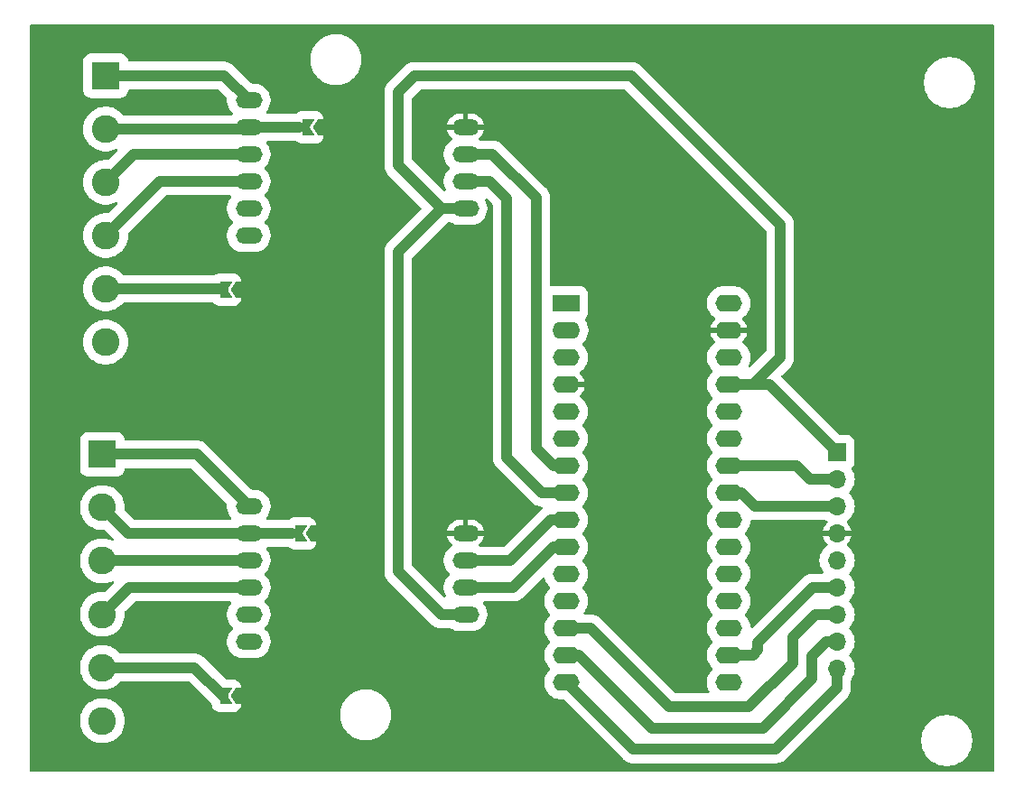
<source format=gbr>
%TF.GenerationSoftware,KiCad,Pcbnew,8.0.6-8.0.6-0~ubuntu24.04.1*%
%TF.CreationDate,2024-10-31T19:49:34+00:00*%
%TF.ProjectId,Windtunnel_Schematic,57696e64-7475-46e6-9e65-6c5f53636865,rev?*%
%TF.SameCoordinates,Original*%
%TF.FileFunction,Copper,L2,Bot*%
%TF.FilePolarity,Positive*%
%FSLAX46Y46*%
G04 Gerber Fmt 4.6, Leading zero omitted, Abs format (unit mm)*
G04 Created by KiCad (PCBNEW 8.0.6-8.0.6-0~ubuntu24.04.1) date 2024-10-31 19:49:34*
%MOMM*%
%LPD*%
G01*
G04 APERTURE LIST*
G04 Aperture macros list*
%AMFreePoly0*
4,1,6,1.000000,0.000000,0.500000,-0.750000,-0.500000,-0.750000,-0.500000,0.750000,0.500000,0.750000,1.000000,0.000000,1.000000,0.000000,$1*%
%AMFreePoly1*
4,1,6,0.500000,-0.750000,-0.650000,-0.750000,-0.150000,0.000000,-0.650000,0.750000,0.500000,0.750000,0.500000,-0.750000,0.500000,-0.750000,$1*%
G04 Aperture macros list end*
%TA.AperFunction,ComponentPad*%
%ADD10O,2.500000X1.524000*%
%TD*%
%TA.AperFunction,SMDPad,CuDef*%
%ADD11FreePoly0,180.000000*%
%TD*%
%TA.AperFunction,SMDPad,CuDef*%
%ADD12FreePoly1,180.000000*%
%TD*%
%TA.AperFunction,ComponentPad*%
%ADD13R,1.700000X1.700000*%
%TD*%
%TA.AperFunction,ComponentPad*%
%ADD14O,1.700000X1.700000*%
%TD*%
%TA.AperFunction,ComponentPad*%
%ADD15R,2.600000X2.600000*%
%TD*%
%TA.AperFunction,ComponentPad*%
%ADD16C,2.600000*%
%TD*%
%TA.AperFunction,ComponentPad*%
%ADD17R,2.500000X1.600000*%
%TD*%
%TA.AperFunction,ComponentPad*%
%ADD18O,2.600000X1.600000*%
%TD*%
%TA.AperFunction,ComponentPad*%
%ADD19O,2.500000X1.600000*%
%TD*%
%TA.AperFunction,ViaPad*%
%ADD20C,1.000000*%
%TD*%
%TA.AperFunction,Conductor*%
%ADD21C,1.000000*%
%TD*%
G04 APERTURE END LIST*
D10*
%TO.P,U2,1,E+*%
%TO.N,/HX712/E+*%
X71840000Y-129540000D03*
%TO.P,U2,2,E-*%
%TO.N,/HX712/E-*%
X71840000Y-132080000D03*
%TO.P,U2,3,A-*%
%TO.N,/HX712/A-*%
X71840000Y-134620000D03*
%TO.P,U2,4,A+*%
%TO.N,/HX712/A+*%
X71840000Y-137160000D03*
%TO.P,U2,5,B-*%
%TO.N,/HX712/B-*%
X71840000Y-139700000D03*
%TO.P,U2,6,B+*%
%TO.N,/HX712/B+*%
X71840000Y-142240000D03*
%TO.P,U2,7,GND*%
%TO.N,GND*%
X92160000Y-132080000D03*
%TO.P,U2,8,DOUT*%
%TO.N,/Arduino_nano/D6_DOUT_L1*%
X92160000Y-134620000D03*
%TO.P,U2,9,SCK*%
%TO.N,/Arduino_nano/D7_SCK_L1*%
X92160000Y-137160000D03*
%TO.P,U2,10,VCC*%
%TO.N,+5V*%
X92160000Y-139700000D03*
%TD*%
%TO.P,U1,1,E+*%
%TO.N,/HX711/E+*%
X71840000Y-91440000D03*
%TO.P,U1,2,E-*%
%TO.N,/HX711/E-*%
X71840000Y-93980000D03*
%TO.P,U1,3,A-*%
%TO.N,/HX711/A-*%
X71840000Y-96520000D03*
%TO.P,U1,4,A+*%
%TO.N,/HX711/A+*%
X71840000Y-99060000D03*
%TO.P,U1,5,B-*%
%TO.N,/HX711/B-*%
X71840000Y-101600000D03*
%TO.P,U1,6,B+*%
%TO.N,/HX711/B+*%
X71840000Y-104140000D03*
%TO.P,U1,7,GND*%
%TO.N,GND*%
X92160000Y-93980000D03*
%TO.P,U1,8,DOUT*%
%TO.N,/Arduino_nano/D4_DOUT_L2*%
X92160000Y-96520000D03*
%TO.P,U1,9,SCK*%
%TO.N,/Arduino_nano/D5_SCK_L2*%
X92160000Y-99060000D03*
%TO.P,U1,10,VCC*%
%TO.N,+5V*%
X92160000Y-101600000D03*
%TD*%
D11*
%TO.P,JP4,1,A*%
%TO.N,GND*%
X78158000Y-132080000D03*
D12*
%TO.P,JP4,2,B*%
%TO.N,/HX712/E-*%
X76708000Y-132080000D03*
%TD*%
D11*
%TO.P,JP3,1,A*%
%TO.N,GND*%
X78830000Y-93980000D03*
D12*
%TO.P,JP3,2,B*%
%TO.N,/HX711/E-*%
X77380000Y-93980000D03*
%TD*%
D13*
%TO.P,J3,1,Pin_1*%
%TO.N,+5V*%
X127000000Y-124460000D03*
D14*
%TO.P,J3,2,Pin_2*%
%TO.N,/Arduino_nano/A5_SCL*%
X127000000Y-127000000D03*
%TO.P,J3,3,Pin_3*%
%TO.N,/Arduino_nano/A4_SDA*%
X127000000Y-129540000D03*
%TO.P,J3,4,Pin_4*%
%TO.N,GND*%
X127000000Y-132080000D03*
%TO.P,J3,5,Pin_5*%
%TO.N,unconnected-(J3-Pin_5-Pad5)*%
X127000000Y-134620000D03*
%TO.P,J3,6,Pin_6*%
%TO.N,+3.3V*%
X127000000Y-137160000D03*
%TO.P,J3,7,Pin_7*%
%TO.N,/Arduino_nano/D11*%
X127000000Y-139700000D03*
%TO.P,J3,8,Pin_8*%
%TO.N,/Arduino_nano/D12*%
X127000000Y-142240000D03*
%TO.P,J3,9,Pin_9*%
%TO.N,/Arduino_nano/D13*%
X127000000Y-144780000D03*
%TD*%
D15*
%TO.P,J4,1,Pin_1*%
%TO.N,/HX711/E+*%
X58420000Y-89140000D03*
D16*
%TO.P,J4,2,Pin_2*%
%TO.N,/HX711/E-*%
X58420000Y-94140000D03*
%TO.P,J4,3,Pin_3*%
%TO.N,/HX711/A-*%
X58420000Y-99140000D03*
%TO.P,J4,4,Pin_4*%
%TO.N,/HX711/A+*%
X58420000Y-104140000D03*
%TO.P,J4,5,Pin_5*%
%TO.N,Net-(J4-Pin_5)*%
X58420000Y-109140000D03*
%TO.P,J4,6,Pin_6*%
%TO.N,unconnected-(J4-Pin_6-Pad6)*%
X58420000Y-114140000D03*
%TD*%
D15*
%TO.P,J5,1,Pin_1*%
%TO.N,/HX712/E+*%
X58115000Y-124660000D03*
D16*
%TO.P,J5,2,Pin_2*%
%TO.N,/HX712/E-*%
X58115000Y-129660000D03*
%TO.P,J5,3,Pin_3*%
%TO.N,/HX712/A-*%
X58115000Y-134660000D03*
%TO.P,J5,4,Pin_4*%
%TO.N,/HX712/A+*%
X58115000Y-139660000D03*
%TO.P,J5,5,Pin_5*%
%TO.N,Net-(J5-Pin_5)*%
X58115000Y-144660000D03*
%TO.P,J5,6,Pin_6*%
%TO.N,unconnected-(J5-Pin_6-Pad6)*%
X58115000Y-149660000D03*
%TD*%
D17*
%TO.P,A1,1,D1/TX*%
%TO.N,unconnected-(A1-D1{slash}TX-Pad1)*%
X101600000Y-110490000D03*
D18*
%TO.P,A1,2,D0/RX*%
%TO.N,unconnected-(A1-D0{slash}RX-Pad2)*%
X101600000Y-113030000D03*
D19*
%TO.P,A1,3,~{RESET}*%
%TO.N,unconnected-(A1-~{RESET}-Pad3)*%
X101600000Y-115570000D03*
%TO.P,A1,4,GND*%
%TO.N,GND*%
X101600000Y-118110000D03*
%TO.P,A1,5,D2*%
%TO.N,unconnected-(A1-D2-Pad5)*%
X101600000Y-120650000D03*
%TO.P,A1,6,D3*%
%TO.N,unconnected-(A1-D3-Pad6)*%
X101600000Y-123190000D03*
%TO.P,A1,7,D4*%
%TO.N,/Arduino_nano/D4_DOUT_L2*%
X101600000Y-125730000D03*
%TO.P,A1,8,D5*%
%TO.N,/Arduino_nano/D5_SCK_L2*%
X101600000Y-128270000D03*
%TO.P,A1,9,D6*%
%TO.N,/Arduino_nano/D6_DOUT_L1*%
X101600000Y-130810000D03*
%TO.P,A1,10,D7*%
%TO.N,/Arduino_nano/D7_SCK_L1*%
X101600000Y-133350000D03*
%TO.P,A1,11,D8*%
%TO.N,unconnected-(A1-D8-Pad11)*%
X101600000Y-135890000D03*
%TO.P,A1,12,D9*%
%TO.N,unconnected-(A1-D9-Pad12)*%
X101600000Y-138430000D03*
%TO.P,A1,13,D10*%
%TO.N,/Arduino_nano/D11*%
X101600000Y-140970000D03*
%TO.P,A1,14,D11*%
%TO.N,/Arduino_nano/D12*%
X101600000Y-143510000D03*
%TO.P,A1,15,D12*%
%TO.N,/Arduino_nano/D13*%
X101600000Y-146050000D03*
%TO.P,A1,16,D13*%
%TO.N,unconnected-(A1-D13-Pad16)*%
X116840000Y-146050000D03*
%TO.P,A1,17,3V3*%
%TO.N,+3.3V*%
X116840000Y-143510000D03*
%TO.P,A1,18,AREF*%
%TO.N,unconnected-(A1-AREF-Pad18)*%
X116840000Y-140970000D03*
%TO.P,A1,19,A0*%
%TO.N,unconnected-(A1-A0-Pad19)*%
X116840000Y-138430000D03*
%TO.P,A1,20,A1*%
%TO.N,unconnected-(A1-A1-Pad20)*%
X116840000Y-135890000D03*
%TO.P,A1,21,A2*%
%TO.N,unconnected-(A1-A2-Pad21)*%
X116840000Y-133350000D03*
%TO.P,A1,22,A3*%
%TO.N,unconnected-(A1-A3-Pad22)*%
X116840000Y-130810000D03*
%TO.P,A1,23,A4*%
%TO.N,/Arduino_nano/A4_SDA*%
X116840000Y-128270000D03*
%TO.P,A1,24,A5*%
%TO.N,/Arduino_nano/A5_SCL*%
X116840000Y-125730000D03*
%TO.P,A1,25,A6*%
%TO.N,unconnected-(A1-A6-Pad25)*%
X116840000Y-123190000D03*
%TO.P,A1,26,A7*%
%TO.N,unconnected-(A1-A7-Pad26)*%
X116840000Y-120650000D03*
%TO.P,A1,27,+5V*%
%TO.N,+5V*%
X116840000Y-118110000D03*
%TO.P,A1,28,~{RESET}*%
%TO.N,unconnected-(A1-~{RESET}-Pad28)*%
X116840000Y-115570000D03*
%TO.P,A1,29,GND*%
%TO.N,GND*%
X116840000Y-113030000D03*
%TO.P,A1,30,VIN*%
%TO.N,unconnected-(A1-VIN-Pad30)*%
X116840000Y-110490000D03*
%TD*%
D11*
%TO.P,JP1,1,A*%
%TO.N,GND*%
X71120000Y-147320000D03*
D12*
%TO.P,JP1,2,B*%
%TO.N,Net-(J5-Pin_5)*%
X69670000Y-147320000D03*
%TD*%
D11*
%TO.P,JP2,1,A*%
%TO.N,GND*%
X71120000Y-109220000D03*
D12*
%TO.P,JP2,2,B*%
%TO.N,Net-(J4-Pin_5)*%
X69670000Y-109220000D03*
%TD*%
D20*
%TO.N,GND*%
X101600000Y-104140000D03*
X92710000Y-106680000D03*
X81280000Y-109220000D03*
X92710000Y-109220000D03*
X101600000Y-86360000D03*
X101600000Y-93980000D03*
X127000000Y-101600000D03*
X114300000Y-101600000D03*
X81788000Y-126492000D03*
X92202000Y-126492000D03*
%TD*%
D21*
%TO.N,+3.3V*%
X116840000Y-143510000D02*
X119090000Y-143510000D01*
X119090000Y-143510000D02*
X119590000Y-143010000D01*
X124714000Y-137160000D02*
X127000000Y-137160000D01*
X119590000Y-143010000D02*
X119590000Y-142284000D01*
X119590000Y-142284000D02*
X124714000Y-137160000D01*
%TO.N,/Arduino_nano/D11*%
X101600000Y-140970000D02*
X103850000Y-140970000D01*
X103850000Y-140970000D02*
X111230000Y-148350000D01*
X111230000Y-148350000D02*
X118731000Y-148350000D01*
X118731000Y-148350000D02*
X122850000Y-144231000D01*
X124968000Y-139700000D02*
X127000000Y-139700000D01*
X122850000Y-144231000D02*
X122850000Y-141818000D01*
X122850000Y-141818000D02*
X124968000Y-139700000D01*
%TO.N,/HX711/E-*%
X71840000Y-93980000D02*
X76525097Y-93980000D01*
%TO.N,/HX712/E-*%
X71840000Y-132080000D02*
X75853097Y-132080000D01*
%TO.N,/Arduino_nano/D13*%
X101600000Y-146050000D02*
X107900000Y-152350000D01*
X107900000Y-152350000D02*
X121208000Y-152350000D01*
X121208000Y-152350000D02*
X127000000Y-146558000D01*
X127000000Y-146558000D02*
X127000000Y-144780000D01*
%TO.N,/Arduino_nano/D12*%
X101600000Y-143510000D02*
X102762691Y-143510000D01*
X124650000Y-145753402D02*
X124650000Y-143574000D01*
X102762691Y-143510000D02*
X109602691Y-150350000D01*
X109602691Y-150350000D02*
X120053402Y-150350000D01*
X120053402Y-150350000D02*
X124650000Y-145753402D01*
X124650000Y-143574000D02*
X125984000Y-142240000D01*
X125984000Y-142240000D02*
X127000000Y-142240000D01*
%TO.N,/Arduino_nano/A4_SDA*%
X127000000Y-129540000D02*
X119272691Y-129540000D01*
X119272691Y-129540000D02*
X118002691Y-128270000D01*
X118002691Y-128270000D02*
X116840000Y-128270000D01*
%TO.N,/Arduino_nano/A5_SCL*%
X127000000Y-127000000D02*
X124460000Y-127000000D01*
X124460000Y-127000000D02*
X123190000Y-125730000D01*
X123190000Y-125730000D02*
X116840000Y-125730000D01*
%TO.N,+5V*%
X127000000Y-124460000D02*
X120650000Y-118110000D01*
X120650000Y-118110000D02*
X116840000Y-118110000D01*
%TO.N,/Arduino_nano/D4_DOUT_L2*%
X92160000Y-96520000D02*
X94698428Y-96520000D01*
X98800000Y-100621572D02*
X98800000Y-124092691D01*
X100437309Y-125730000D02*
X101600000Y-125730000D01*
X98800000Y-124092691D02*
X100437309Y-125730000D01*
X94698428Y-96520000D02*
X98800000Y-100621572D01*
%TO.N,/Arduino_nano/D7_SCK_L1*%
X96627309Y-137160000D02*
X100437309Y-133350000D01*
X92160000Y-137160000D02*
X96627309Y-137160000D01*
X100437309Y-133350000D02*
X101600000Y-133350000D01*
%TO.N,+5V*%
X85852000Y-90678000D02*
X87376000Y-89154000D01*
X119090000Y-118110000D02*
X116840000Y-118110000D01*
X92160000Y-101600000D02*
X89910000Y-101600000D01*
X89910000Y-139700000D02*
X85852000Y-135642000D01*
X92160000Y-139700000D02*
X89910000Y-139700000D01*
X89910000Y-101600000D02*
X85852000Y-97542000D01*
X87376000Y-89154000D02*
X107696000Y-89154000D01*
X85852000Y-97542000D02*
X85852000Y-90678000D01*
X85852000Y-135642000D02*
X85852000Y-105658000D01*
X107696000Y-89154000D02*
X121666000Y-103124000D01*
X121666000Y-115534000D02*
X119090000Y-118110000D01*
X121666000Y-103124000D02*
X121666000Y-115534000D01*
X85852000Y-105658000D02*
X89910000Y-101600000D01*
%TO.N,/Arduino_nano/D5_SCK_L2*%
X96012000Y-100662000D02*
X96012000Y-124932000D01*
X92160000Y-99060000D02*
X94410000Y-99060000D01*
X96012000Y-124932000D02*
X99350000Y-128270000D01*
X99350000Y-128270000D02*
X101600000Y-128270000D01*
X94410000Y-99060000D02*
X96012000Y-100662000D01*
%TO.N,/Arduino_nano/D6_DOUT_L1*%
X100148881Y-130810000D02*
X101600000Y-130810000D01*
X92160000Y-134620000D02*
X96338881Y-134620000D01*
X96338881Y-134620000D02*
X100148881Y-130810000D01*
%TO.N,Net-(J4-Pin_5)*%
X69335097Y-109140000D02*
X69415097Y-109220000D01*
X58420000Y-109140000D02*
X69335097Y-109140000D01*
%TO.N,/HX711/E-*%
X71680000Y-94140000D02*
X71840000Y-93980000D01*
X58420000Y-94140000D02*
X71680000Y-94140000D01*
%TO.N,/HX711/A-*%
X58420000Y-99140000D02*
X61040000Y-96520000D01*
X61040000Y-96520000D02*
X71840000Y-96520000D01*
%TO.N,/HX711/E+*%
X69540000Y-89140000D02*
X71840000Y-91440000D01*
X58420000Y-89140000D02*
X69540000Y-89140000D01*
%TO.N,/HX711/A+*%
X63500000Y-99060000D02*
X71840000Y-99060000D01*
X58420000Y-104140000D02*
X63500000Y-99060000D01*
%TO.N,/HX712/E-*%
X60535000Y-132080000D02*
X71840000Y-132080000D01*
X58115000Y-129660000D02*
X60535000Y-132080000D01*
%TO.N,/HX712/E+*%
X58115000Y-124660000D02*
X66960000Y-124660000D01*
X66960000Y-124660000D02*
X71840000Y-129540000D01*
%TO.N,Net-(J5-Pin_5)*%
X58115000Y-144660000D02*
X66755097Y-144660000D01*
X66755097Y-144660000D02*
X69415097Y-147320000D01*
%TO.N,/HX712/A+*%
X60615000Y-137160000D02*
X71840000Y-137160000D01*
X58115000Y-139660000D02*
X60615000Y-137160000D01*
%TO.N,/HX712/A-*%
X58115000Y-134660000D02*
X71800000Y-134660000D01*
X71800000Y-134660000D02*
X71840000Y-134620000D01*
%TD*%
%TA.AperFunction,Conductor*%
%TO.N,GND*%
G36*
X107172992Y-90474185D02*
G01*
X107193634Y-90490819D01*
X120329181Y-103626366D01*
X120362666Y-103687689D01*
X120365500Y-103714047D01*
X120365500Y-114943953D01*
X120345815Y-115010992D01*
X120329181Y-115031634D01*
X118907982Y-116452832D01*
X118846659Y-116486317D01*
X118776967Y-116481333D01*
X118721034Y-116439461D01*
X118696617Y-116373997D01*
X118709817Y-116308856D01*
X118773237Y-116184388D01*
X118773239Y-116184383D01*
X118773241Y-116184379D01*
X118851090Y-115944785D01*
X118890500Y-115695962D01*
X118890500Y-115444038D01*
X118851090Y-115195215D01*
X118773241Y-114955621D01*
X118773239Y-114955618D01*
X118773239Y-114955616D01*
X118731747Y-114874184D01*
X118658870Y-114731155D01*
X118639952Y-114705117D01*
X118510798Y-114527350D01*
X118510794Y-114527345D01*
X118332654Y-114349205D01*
X118332649Y-114349201D01*
X118146855Y-114214214D01*
X118104189Y-114158884D01*
X118098210Y-114089271D01*
X118130816Y-114027476D01*
X118133784Y-114024693D01*
X118281582Y-113876895D01*
X118281582Y-113876894D01*
X118401859Y-113711349D01*
X118494755Y-113529029D01*
X118557990Y-113334413D01*
X118566609Y-113280000D01*
X117273012Y-113280000D01*
X117305925Y-113222993D01*
X117340000Y-113095826D01*
X117340000Y-112964174D01*
X117305925Y-112837007D01*
X117273012Y-112780000D01*
X118566609Y-112780000D01*
X118557990Y-112725586D01*
X118494755Y-112530970D01*
X118401859Y-112348650D01*
X118281582Y-112183105D01*
X118281582Y-112183104D01*
X118133448Y-112034970D01*
X118134793Y-112033624D01*
X118101020Y-111981902D01*
X118100512Y-111912034D01*
X118137858Y-111852983D01*
X118146855Y-111845785D01*
X118332650Y-111710798D01*
X118332652Y-111710795D01*
X118332656Y-111710793D01*
X118510793Y-111532656D01*
X118658870Y-111328845D01*
X118773241Y-111104379D01*
X118851090Y-110864785D01*
X118890500Y-110615962D01*
X118890500Y-110364038D01*
X118851090Y-110115215D01*
X118773241Y-109875621D01*
X118773239Y-109875618D01*
X118773239Y-109875616D01*
X118731747Y-109794184D01*
X118658870Y-109651155D01*
X118639952Y-109625117D01*
X118510798Y-109447350D01*
X118510794Y-109447345D01*
X118332654Y-109269205D01*
X118332649Y-109269201D01*
X118128848Y-109121132D01*
X118128847Y-109121131D01*
X118128845Y-109121130D01*
X118009232Y-109060184D01*
X117904383Y-109006760D01*
X117664785Y-108928910D01*
X117415962Y-108889500D01*
X116264038Y-108889500D01*
X116168499Y-108904632D01*
X116015214Y-108928910D01*
X115775616Y-109006760D01*
X115551151Y-109121132D01*
X115347350Y-109269201D01*
X115347345Y-109269205D01*
X115169205Y-109447345D01*
X115169201Y-109447350D01*
X115021132Y-109651151D01*
X114906760Y-109875616D01*
X114828910Y-110115214D01*
X114828910Y-110115215D01*
X114789500Y-110364038D01*
X114789500Y-110615962D01*
X114806428Y-110722838D01*
X114828910Y-110864785D01*
X114906760Y-111104383D01*
X115021132Y-111328848D01*
X115169201Y-111532649D01*
X115169205Y-111532654D01*
X115347345Y-111710794D01*
X115347350Y-111710798D01*
X115533144Y-111845785D01*
X115575810Y-111901115D01*
X115581789Y-111970728D01*
X115549184Y-112032523D01*
X115546205Y-112035316D01*
X115398417Y-112183104D01*
X115398417Y-112183105D01*
X115278140Y-112348650D01*
X115185244Y-112530970D01*
X115122009Y-112725586D01*
X115113391Y-112780000D01*
X116406988Y-112780000D01*
X116374075Y-112837007D01*
X116340000Y-112964174D01*
X116340000Y-113095826D01*
X116374075Y-113222993D01*
X116406988Y-113280000D01*
X115113391Y-113280000D01*
X115122009Y-113334413D01*
X115185244Y-113529029D01*
X115278140Y-113711349D01*
X115398417Y-113876894D01*
X115398417Y-113876895D01*
X115546552Y-114025030D01*
X115545204Y-114026377D01*
X115578977Y-114078090D01*
X115579489Y-114147957D01*
X115542147Y-114207011D01*
X115533144Y-114214214D01*
X115347350Y-114349201D01*
X115347345Y-114349205D01*
X115169205Y-114527345D01*
X115169201Y-114527350D01*
X115021132Y-114731151D01*
X114906760Y-114955616D01*
X114828910Y-115195214D01*
X114789500Y-115444038D01*
X114789500Y-115695961D01*
X114828910Y-115944785D01*
X114906760Y-116184383D01*
X115021132Y-116408848D01*
X115169201Y-116612649D01*
X115169205Y-116612654D01*
X115308870Y-116752319D01*
X115342355Y-116813642D01*
X115337371Y-116883334D01*
X115308870Y-116927681D01*
X115169205Y-117067345D01*
X115169201Y-117067350D01*
X115021132Y-117271151D01*
X114906760Y-117495616D01*
X114828910Y-117735214D01*
X114789500Y-117984038D01*
X114789500Y-118235961D01*
X114828910Y-118484785D01*
X114906760Y-118724383D01*
X115021132Y-118948848D01*
X115169201Y-119152649D01*
X115169205Y-119152654D01*
X115308870Y-119292319D01*
X115342355Y-119353642D01*
X115337371Y-119423334D01*
X115308870Y-119467681D01*
X115169205Y-119607345D01*
X115169201Y-119607350D01*
X115021132Y-119811151D01*
X114906760Y-120035616D01*
X114828910Y-120275214D01*
X114789500Y-120524038D01*
X114789500Y-120775961D01*
X114828910Y-121024785D01*
X114906760Y-121264383D01*
X115021132Y-121488848D01*
X115169201Y-121692649D01*
X115169205Y-121692654D01*
X115308870Y-121832319D01*
X115342355Y-121893642D01*
X115337371Y-121963334D01*
X115308870Y-122007681D01*
X115169205Y-122147345D01*
X115169201Y-122147350D01*
X115021132Y-122351151D01*
X114906760Y-122575616D01*
X114828910Y-122815214D01*
X114827418Y-122824632D01*
X114789500Y-123064038D01*
X114789500Y-123315962D01*
X114807680Y-123430745D01*
X114828910Y-123564785D01*
X114906760Y-123804383D01*
X115021132Y-124028848D01*
X115169201Y-124232649D01*
X115169205Y-124232654D01*
X115308870Y-124372319D01*
X115342355Y-124433642D01*
X115337371Y-124503334D01*
X115308870Y-124547681D01*
X115169205Y-124687345D01*
X115169201Y-124687350D01*
X115021132Y-124891151D01*
X114906760Y-125115616D01*
X114828910Y-125355214D01*
X114816872Y-125431219D01*
X114789500Y-125604038D01*
X114789500Y-125855962D01*
X114802781Y-125939816D01*
X114828910Y-126104785D01*
X114906760Y-126344383D01*
X115021132Y-126568848D01*
X115169201Y-126772649D01*
X115169205Y-126772654D01*
X115308870Y-126912319D01*
X115342355Y-126973642D01*
X115337371Y-127043334D01*
X115308870Y-127087681D01*
X115169205Y-127227345D01*
X115169201Y-127227350D01*
X115021132Y-127431151D01*
X114906760Y-127655616D01*
X114828910Y-127895214D01*
X114797746Y-128091973D01*
X114789500Y-128144038D01*
X114789500Y-128395962D01*
X114809479Y-128522105D01*
X114828910Y-128644785D01*
X114906760Y-128884383D01*
X114935205Y-128940208D01*
X115012529Y-129091965D01*
X115021132Y-129108848D01*
X115169201Y-129312649D01*
X115169205Y-129312654D01*
X115308870Y-129452319D01*
X115342355Y-129513642D01*
X115337371Y-129583334D01*
X115308870Y-129627681D01*
X115169205Y-129767345D01*
X115169201Y-129767350D01*
X115021132Y-129971151D01*
X114906760Y-130195616D01*
X114828910Y-130435214D01*
X114811570Y-130544694D01*
X114789500Y-130684038D01*
X114789500Y-130935962D01*
X114804367Y-131029826D01*
X114828910Y-131184785D01*
X114906760Y-131424383D01*
X114949995Y-131509235D01*
X115018580Y-131643841D01*
X115021132Y-131648848D01*
X115169201Y-131852649D01*
X115169205Y-131852654D01*
X115308870Y-131992319D01*
X115342355Y-132053642D01*
X115337371Y-132123334D01*
X115308870Y-132167681D01*
X115169205Y-132307345D01*
X115169201Y-132307350D01*
X115021132Y-132511151D01*
X114906760Y-132735616D01*
X114828910Y-132975214D01*
X114809478Y-133097901D01*
X114789500Y-133224038D01*
X114789500Y-133475962D01*
X114809479Y-133602105D01*
X114828910Y-133724785D01*
X114906760Y-133964383D01*
X115021132Y-134188848D01*
X115169201Y-134392649D01*
X115169205Y-134392654D01*
X115308870Y-134532319D01*
X115342355Y-134593642D01*
X115337371Y-134663334D01*
X115308870Y-134707681D01*
X115169205Y-134847345D01*
X115169201Y-134847350D01*
X115021132Y-135051151D01*
X114906760Y-135275616D01*
X114828910Y-135515214D01*
X114828910Y-135515215D01*
X114789500Y-135764038D01*
X114789500Y-136015962D01*
X114809479Y-136142105D01*
X114828910Y-136264785D01*
X114906760Y-136504383D01*
X114935205Y-136560208D01*
X115017321Y-136721370D01*
X115021132Y-136728848D01*
X115169201Y-136932649D01*
X115169205Y-136932654D01*
X115308870Y-137072319D01*
X115342355Y-137133642D01*
X115337371Y-137203334D01*
X115308870Y-137247681D01*
X115169205Y-137387345D01*
X115169201Y-137387350D01*
X115021132Y-137591151D01*
X114906760Y-137815616D01*
X114828910Y-138055214D01*
X114813586Y-138151966D01*
X114789500Y-138304038D01*
X114789500Y-138555962D01*
X114809479Y-138682105D01*
X114828910Y-138804785D01*
X114906760Y-139044383D01*
X115021132Y-139268848D01*
X115169201Y-139472649D01*
X115169205Y-139472654D01*
X115308870Y-139612319D01*
X115342355Y-139673642D01*
X115337371Y-139743334D01*
X115308870Y-139787681D01*
X115169205Y-139927345D01*
X115169201Y-139927350D01*
X115021132Y-140131151D01*
X114906760Y-140355616D01*
X114828910Y-140595214D01*
X114828910Y-140595215D01*
X114789500Y-140844038D01*
X114789500Y-141095962D01*
X114809479Y-141222105D01*
X114828910Y-141344785D01*
X114906760Y-141584383D01*
X115021132Y-141808848D01*
X115169201Y-142012649D01*
X115169205Y-142012654D01*
X115308870Y-142152319D01*
X115342355Y-142213642D01*
X115337371Y-142283334D01*
X115308870Y-142327681D01*
X115169205Y-142467345D01*
X115169201Y-142467350D01*
X115021132Y-142671151D01*
X114906760Y-142895616D01*
X114828910Y-143135214D01*
X114789500Y-143384038D01*
X114789500Y-143635961D01*
X114828910Y-143884785D01*
X114906760Y-144124383D01*
X115021132Y-144348848D01*
X115169201Y-144552649D01*
X115169205Y-144552654D01*
X115308870Y-144692319D01*
X115342355Y-144753642D01*
X115337371Y-144823334D01*
X115308870Y-144867681D01*
X115169205Y-145007345D01*
X115169201Y-145007350D01*
X115021132Y-145211151D01*
X114906760Y-145435616D01*
X114828910Y-145675214D01*
X114789500Y-145924038D01*
X114789500Y-146175961D01*
X114828910Y-146424785D01*
X114906760Y-146664383D01*
X115011123Y-146869205D01*
X115024019Y-146937874D01*
X114997743Y-147002615D01*
X114940636Y-147042872D01*
X114900638Y-147049500D01*
X111820047Y-147049500D01*
X111753008Y-147029815D01*
X111732366Y-147013181D01*
X104697221Y-139978036D01*
X104697219Y-139978034D01*
X104531611Y-139857713D01*
X104416124Y-139798870D01*
X104416121Y-139798868D01*
X104349221Y-139764781D01*
X104349220Y-139764780D01*
X104349219Y-139764780D01*
X104243716Y-139730500D01*
X104243715Y-139730499D01*
X104154532Y-139701522D01*
X103978503Y-139673642D01*
X103952352Y-139669500D01*
X103952351Y-139669500D01*
X103371142Y-139669500D01*
X103304103Y-139649815D01*
X103258348Y-139597011D01*
X103248404Y-139527853D01*
X103270824Y-139472615D01*
X103371451Y-139334112D01*
X103418870Y-139268845D01*
X103533241Y-139044379D01*
X103611090Y-138804785D01*
X103650500Y-138555962D01*
X103650500Y-138304038D01*
X103611090Y-138055215D01*
X103533241Y-137815621D01*
X103533239Y-137815618D01*
X103533239Y-137815616D01*
X103462180Y-137676156D01*
X103418870Y-137591155D01*
X103371450Y-137525887D01*
X103270798Y-137387350D01*
X103270794Y-137387345D01*
X103131130Y-137247681D01*
X103097645Y-137186358D01*
X103102629Y-137116666D01*
X103131130Y-137072319D01*
X103166420Y-137037029D01*
X103270793Y-136932656D01*
X103418870Y-136728845D01*
X103533241Y-136504379D01*
X103611090Y-136264785D01*
X103650500Y-136015962D01*
X103650500Y-135764038D01*
X103611090Y-135515215D01*
X103533241Y-135275621D01*
X103533239Y-135275618D01*
X103533239Y-135275616D01*
X103463952Y-135139634D01*
X103418870Y-135051155D01*
X103371450Y-134985887D01*
X103270798Y-134847350D01*
X103270794Y-134847345D01*
X103131130Y-134707681D01*
X103097645Y-134646358D01*
X103102629Y-134576666D01*
X103131130Y-134532319D01*
X103166420Y-134497029D01*
X103270793Y-134392656D01*
X103418870Y-134188845D01*
X103533241Y-133964379D01*
X103611090Y-133724785D01*
X103650500Y-133475962D01*
X103650500Y-133224038D01*
X103611090Y-132975215D01*
X103533241Y-132735621D01*
X103533239Y-132735618D01*
X103533239Y-132735616D01*
X103491747Y-132654184D01*
X103418870Y-132511155D01*
X103379815Y-132457400D01*
X103270798Y-132307350D01*
X103270794Y-132307345D01*
X103131130Y-132167681D01*
X103097645Y-132106358D01*
X103102629Y-132036666D01*
X103131130Y-131992319D01*
X103199773Y-131923676D01*
X103270793Y-131852656D01*
X103418870Y-131648845D01*
X103533241Y-131424379D01*
X103611090Y-131184785D01*
X103650500Y-130935962D01*
X103650500Y-130684038D01*
X103611090Y-130435215D01*
X103533241Y-130195621D01*
X103533239Y-130195618D01*
X103533239Y-130195616D01*
X103491747Y-130114184D01*
X103418870Y-129971155D01*
X103371450Y-129905887D01*
X103270798Y-129767350D01*
X103270794Y-129767345D01*
X103131130Y-129627681D01*
X103097645Y-129566358D01*
X103102629Y-129496666D01*
X103131130Y-129452319D01*
X103180288Y-129403161D01*
X103270793Y-129312656D01*
X103418870Y-129108845D01*
X103533241Y-128884379D01*
X103611090Y-128644785D01*
X103650500Y-128395962D01*
X103650500Y-128144038D01*
X103611090Y-127895215D01*
X103533241Y-127655621D01*
X103533239Y-127655618D01*
X103533239Y-127655616D01*
X103484265Y-127559500D01*
X103418870Y-127431155D01*
X103307623Y-127278036D01*
X103270798Y-127227350D01*
X103270794Y-127227345D01*
X103131130Y-127087681D01*
X103097645Y-127026358D01*
X103102629Y-126956666D01*
X103131130Y-126912319D01*
X103195166Y-126848283D01*
X103270793Y-126772656D01*
X103418870Y-126568845D01*
X103533241Y-126344379D01*
X103611090Y-126104785D01*
X103650500Y-125855962D01*
X103650500Y-125604038D01*
X103611090Y-125355215D01*
X103533241Y-125115621D01*
X103533239Y-125115618D01*
X103533239Y-125115616D01*
X103491747Y-125034184D01*
X103418870Y-124891155D01*
X103307623Y-124738036D01*
X103270798Y-124687350D01*
X103270794Y-124687345D01*
X103131130Y-124547681D01*
X103097645Y-124486358D01*
X103102629Y-124416666D01*
X103131130Y-124372319D01*
X103146438Y-124357011D01*
X103270793Y-124232656D01*
X103418870Y-124028845D01*
X103533241Y-123804379D01*
X103611090Y-123564785D01*
X103650500Y-123315962D01*
X103650500Y-123064038D01*
X103611090Y-122815215D01*
X103533241Y-122575621D01*
X103533239Y-122575618D01*
X103533239Y-122575616D01*
X103491747Y-122494184D01*
X103418870Y-122351155D01*
X103399952Y-122325117D01*
X103270798Y-122147350D01*
X103270794Y-122147345D01*
X103131130Y-122007681D01*
X103097645Y-121946358D01*
X103102629Y-121876666D01*
X103131130Y-121832319D01*
X103270793Y-121692656D01*
X103418870Y-121488845D01*
X103533241Y-121264379D01*
X103611090Y-121024785D01*
X103650500Y-120775962D01*
X103650500Y-120524038D01*
X103611090Y-120275215D01*
X103533241Y-120035621D01*
X103533239Y-120035618D01*
X103533239Y-120035616D01*
X103491747Y-119954184D01*
X103418870Y-119811155D01*
X103270823Y-119607385D01*
X103270798Y-119607350D01*
X103270794Y-119607345D01*
X103092654Y-119429205D01*
X103092649Y-119429201D01*
X102906855Y-119294214D01*
X102864189Y-119238884D01*
X102858210Y-119169271D01*
X102890816Y-119107476D01*
X102893784Y-119104693D01*
X103041582Y-118956895D01*
X103041582Y-118956894D01*
X103161859Y-118791349D01*
X103254755Y-118609029D01*
X103317990Y-118414413D01*
X103326609Y-118360000D01*
X102033012Y-118360000D01*
X102065925Y-118302993D01*
X102100000Y-118175826D01*
X102100000Y-118044174D01*
X102065925Y-117917007D01*
X102033012Y-117860000D01*
X103326609Y-117860000D01*
X103317990Y-117805586D01*
X103254755Y-117610970D01*
X103161859Y-117428650D01*
X103041582Y-117263105D01*
X103041582Y-117263104D01*
X102893448Y-117114970D01*
X102894793Y-117113624D01*
X102861020Y-117061902D01*
X102860512Y-116992034D01*
X102897858Y-116932983D01*
X102906855Y-116925785D01*
X103092650Y-116790798D01*
X103092652Y-116790795D01*
X103092656Y-116790793D01*
X103270793Y-116612656D01*
X103418870Y-116408845D01*
X103533241Y-116184379D01*
X103611090Y-115944785D01*
X103650500Y-115695962D01*
X103650500Y-115444038D01*
X103611090Y-115195215D01*
X103533241Y-114955621D01*
X103533239Y-114955618D01*
X103533239Y-114955616D01*
X103491747Y-114874184D01*
X103418870Y-114731155D01*
X103399952Y-114705117D01*
X103270798Y-114527350D01*
X103270794Y-114527345D01*
X103156130Y-114412681D01*
X103122645Y-114351358D01*
X103127629Y-114281666D01*
X103156130Y-114237319D01*
X103234565Y-114158884D01*
X103320793Y-114072656D01*
X103468870Y-113868845D01*
X103583241Y-113644379D01*
X103661090Y-113404785D01*
X103700500Y-113155962D01*
X103700500Y-112904038D01*
X103661090Y-112655215D01*
X103583241Y-112415621D01*
X103583239Y-112415618D01*
X103583239Y-112415616D01*
X103509369Y-112270639D01*
X103468870Y-112191155D01*
X103387116Y-112078630D01*
X103367869Y-112052138D01*
X103344389Y-111986332D01*
X103360215Y-111918278D01*
X103380506Y-111891572D01*
X103426293Y-111845785D01*
X103479816Y-111792262D01*
X103575789Y-111639522D01*
X103635368Y-111469255D01*
X103650500Y-111334954D01*
X103650500Y-109645046D01*
X103635368Y-109510745D01*
X103575789Y-109340478D01*
X103479816Y-109187738D01*
X103352262Y-109060184D01*
X103199523Y-108964211D01*
X103029254Y-108904631D01*
X103029249Y-108904630D01*
X102894960Y-108889500D01*
X102894954Y-108889500D01*
X100305046Y-108889500D01*
X100305039Y-108889500D01*
X100238383Y-108897010D01*
X100169561Y-108884955D01*
X100118182Y-108837606D01*
X100100500Y-108773790D01*
X100100500Y-100519220D01*
X100086842Y-100432989D01*
X100068477Y-100317038D01*
X100047283Y-100251809D01*
X100041476Y-100233936D01*
X100005223Y-100122359D01*
X100005221Y-100122353D01*
X99935231Y-99984992D01*
X99912287Y-99939962D01*
X99843534Y-99845331D01*
X99816654Y-99808333D01*
X99791971Y-99774359D01*
X99791968Y-99774356D01*
X99791966Y-99774353D01*
X99647219Y-99629606D01*
X99647218Y-99629605D01*
X99644107Y-99626494D01*
X99644092Y-99626480D01*
X95545649Y-95528036D01*
X95545648Y-95528035D01*
X95545647Y-95528034D01*
X95380039Y-95407713D01*
X95285935Y-95359765D01*
X95285932Y-95359763D01*
X95197649Y-95314781D01*
X95197648Y-95314780D01*
X95197647Y-95314780D01*
X95092144Y-95280500D01*
X95092143Y-95280499D01*
X95002960Y-95251522D01*
X94847648Y-95226923D01*
X94800780Y-95219500D01*
X94800779Y-95219500D01*
X93556590Y-95219500D01*
X93489551Y-95199815D01*
X93483704Y-95195818D01*
X93466929Y-95183630D01*
X93454111Y-95177099D01*
X93403315Y-95129124D01*
X93386520Y-95061303D01*
X93409058Y-94995168D01*
X93437522Y-94966295D01*
X93470137Y-94942599D01*
X93610596Y-94802140D01*
X93610596Y-94802139D01*
X93727358Y-94641432D01*
X93817543Y-94464435D01*
X93878925Y-94275517D01*
X93886134Y-94230000D01*
X92482757Y-94230000D01*
X92484081Y-94228676D01*
X92537400Y-94136324D01*
X92565000Y-94033319D01*
X92565000Y-93926681D01*
X92537400Y-93823676D01*
X92484081Y-93731324D01*
X92482757Y-93730000D01*
X93886135Y-93730000D01*
X93886134Y-93729999D01*
X93878925Y-93684482D01*
X93817543Y-93495564D01*
X93727358Y-93318567D01*
X93610596Y-93157860D01*
X93610596Y-93157859D01*
X93470140Y-93017403D01*
X93309432Y-92900641D01*
X93132437Y-92810457D01*
X92943522Y-92749075D01*
X92747321Y-92718000D01*
X92410000Y-92718000D01*
X92410000Y-93657243D01*
X92408676Y-93655919D01*
X92316324Y-93602600D01*
X92213319Y-93575000D01*
X92106681Y-93575000D01*
X92003676Y-93602600D01*
X91911324Y-93655919D01*
X91910000Y-93657243D01*
X91910000Y-92718000D01*
X91572679Y-92718000D01*
X91376479Y-92749075D01*
X91376476Y-92749075D01*
X91187562Y-92810457D01*
X91010567Y-92900641D01*
X90849860Y-93017403D01*
X90849859Y-93017403D01*
X90709403Y-93157859D01*
X90709403Y-93157860D01*
X90592641Y-93318567D01*
X90502456Y-93495564D01*
X90441074Y-93684482D01*
X90433865Y-93729999D01*
X90433865Y-93730000D01*
X91837243Y-93730000D01*
X91835919Y-93731324D01*
X91782600Y-93823676D01*
X91755000Y-93926681D01*
X91755000Y-94033319D01*
X91782600Y-94136324D01*
X91835919Y-94228676D01*
X91837243Y-94230000D01*
X90433865Y-94230000D01*
X90441074Y-94275517D01*
X90502456Y-94464435D01*
X90592641Y-94641432D01*
X90709403Y-94802139D01*
X90709403Y-94802140D01*
X90849859Y-94942596D01*
X90849865Y-94942601D01*
X90882478Y-94966296D01*
X90925144Y-95021626D01*
X90931123Y-95091239D01*
X90898517Y-95153034D01*
X90865891Y-95177097D01*
X90853069Y-95183630D01*
X90654105Y-95328185D01*
X90654100Y-95328189D01*
X90480189Y-95502100D01*
X90480185Y-95502105D01*
X90335632Y-95701067D01*
X90223973Y-95920207D01*
X90223972Y-95920210D01*
X90147974Y-96154112D01*
X90109500Y-96397029D01*
X90109500Y-96642970D01*
X90147974Y-96885887D01*
X90223972Y-97119789D01*
X90223973Y-97119792D01*
X90335632Y-97338932D01*
X90480185Y-97537894D01*
X90480189Y-97537899D01*
X90644609Y-97702319D01*
X90678094Y-97763642D01*
X90673110Y-97833334D01*
X90644609Y-97877681D01*
X90480189Y-98042100D01*
X90480185Y-98042105D01*
X90335632Y-98241067D01*
X90223973Y-98460207D01*
X90223972Y-98460210D01*
X90147974Y-98694112D01*
X90109500Y-98937029D01*
X90109500Y-99182970D01*
X90147974Y-99425887D01*
X90223972Y-99659789D01*
X90223973Y-99659792D01*
X90299660Y-99808333D01*
X90312556Y-99877002D01*
X90286280Y-99941742D01*
X90229174Y-99982000D01*
X90159368Y-99984992D01*
X90101494Y-99952309D01*
X87188819Y-97039634D01*
X87155334Y-96978311D01*
X87152500Y-96951953D01*
X87152500Y-91268047D01*
X87172185Y-91201008D01*
X87188819Y-91180366D01*
X87878366Y-90490819D01*
X87939689Y-90457334D01*
X87966047Y-90454500D01*
X107105953Y-90454500D01*
X107172992Y-90474185D01*
G37*
%TD.AperFunction*%
%TA.AperFunction,Conductor*%
G36*
X119170339Y-130840500D02*
G01*
X119375042Y-130840500D01*
X125935554Y-130840500D01*
X126002593Y-130860185D01*
X126016082Y-130870207D01*
X126026860Y-130879412D01*
X126026862Y-130879413D01*
X126056771Y-130897742D01*
X126103646Y-130949555D01*
X126115067Y-131018485D01*
X126087410Y-131082647D01*
X126079662Y-131091150D01*
X125961886Y-131208926D01*
X125826400Y-131402420D01*
X125826399Y-131402422D01*
X125726570Y-131616507D01*
X125726567Y-131616513D01*
X125669364Y-131829999D01*
X125669364Y-131830000D01*
X126566988Y-131830000D01*
X126534075Y-131887007D01*
X126500000Y-132014174D01*
X126500000Y-132145826D01*
X126534075Y-132272993D01*
X126566988Y-132330000D01*
X125669364Y-132330000D01*
X125726567Y-132543486D01*
X125726570Y-132543492D01*
X125826399Y-132757578D01*
X125961891Y-132951078D01*
X126079662Y-133068850D01*
X126113146Y-133130173D01*
X126108162Y-133199865D01*
X126066290Y-133255798D01*
X126056771Y-133262258D01*
X126026861Y-133280586D01*
X125829311Y-133449311D01*
X125660588Y-133646859D01*
X125524843Y-133868376D01*
X125425427Y-134108389D01*
X125364778Y-134361009D01*
X125344396Y-134620000D01*
X125364778Y-134878990D01*
X125425427Y-135131610D01*
X125524843Y-135371623D01*
X125524845Y-135371627D01*
X125524846Y-135371628D01*
X125660588Y-135593140D01*
X125713395Y-135654970D01*
X125741966Y-135718729D01*
X125731529Y-135787815D01*
X125685398Y-135840291D01*
X125619105Y-135859500D01*
X124816351Y-135859500D01*
X124611648Y-135859500D01*
X124585497Y-135863642D01*
X124409468Y-135891522D01*
X124409467Y-135891522D01*
X124320283Y-135920499D01*
X124320284Y-135920500D01*
X124214776Y-135954781D01*
X124147010Y-135989311D01*
X124032388Y-136047713D01*
X123866778Y-136168036D01*
X119102181Y-140932633D01*
X119040858Y-140966118D01*
X118971166Y-140961134D01*
X118915233Y-140919262D01*
X118890816Y-140853798D01*
X118890500Y-140844952D01*
X118890500Y-140844038D01*
X118882254Y-140791974D01*
X118851090Y-140595215D01*
X118773241Y-140355621D01*
X118773239Y-140355618D01*
X118773239Y-140355616D01*
X118731747Y-140274184D01*
X118658870Y-140131155D01*
X118611450Y-140065887D01*
X118510798Y-139927350D01*
X118510794Y-139927345D01*
X118371130Y-139787681D01*
X118337645Y-139726358D01*
X118342629Y-139656666D01*
X118371130Y-139612319D01*
X118406420Y-139577029D01*
X118510793Y-139472656D01*
X118658870Y-139268845D01*
X118773241Y-139044379D01*
X118851090Y-138804785D01*
X118890500Y-138555962D01*
X118890500Y-138304038D01*
X118851090Y-138055215D01*
X118773241Y-137815621D01*
X118773239Y-137815618D01*
X118773239Y-137815616D01*
X118702180Y-137676156D01*
X118658870Y-137591155D01*
X118611450Y-137525887D01*
X118510798Y-137387350D01*
X118510794Y-137387345D01*
X118371130Y-137247681D01*
X118337645Y-137186358D01*
X118342629Y-137116666D01*
X118371130Y-137072319D01*
X118406420Y-137037029D01*
X118510793Y-136932656D01*
X118658870Y-136728845D01*
X118773241Y-136504379D01*
X118851090Y-136264785D01*
X118890500Y-136015962D01*
X118890500Y-135764038D01*
X118851090Y-135515215D01*
X118773241Y-135275621D01*
X118773239Y-135275618D01*
X118773239Y-135275616D01*
X118703952Y-135139634D01*
X118658870Y-135051155D01*
X118611450Y-134985887D01*
X118510798Y-134847350D01*
X118510794Y-134847345D01*
X118371130Y-134707681D01*
X118337645Y-134646358D01*
X118342629Y-134576666D01*
X118371130Y-134532319D01*
X118406420Y-134497029D01*
X118510793Y-134392656D01*
X118658870Y-134188845D01*
X118773241Y-133964379D01*
X118851090Y-133724785D01*
X118890500Y-133475962D01*
X118890500Y-133224038D01*
X118851090Y-132975215D01*
X118773241Y-132735621D01*
X118773239Y-132735618D01*
X118773239Y-132735616D01*
X118731747Y-132654184D01*
X118658870Y-132511155D01*
X118619815Y-132457400D01*
X118510798Y-132307350D01*
X118510794Y-132307345D01*
X118371130Y-132167681D01*
X118337645Y-132106358D01*
X118342629Y-132036666D01*
X118371130Y-131992319D01*
X118439773Y-131923676D01*
X118510793Y-131852656D01*
X118658870Y-131648845D01*
X118773241Y-131424379D01*
X118851090Y-131184785D01*
X118890500Y-130935962D01*
X118890500Y-130935953D01*
X118890840Y-130931633D01*
X118915721Y-130866343D01*
X118971950Y-130824870D01*
X119033856Y-130818883D01*
X119170339Y-130840500D01*
G37*
%TD.AperFunction*%
%TA.AperFunction,Conductor*%
G36*
X94218506Y-100707691D02*
G01*
X94675181Y-101164366D01*
X94708666Y-101225689D01*
X94711500Y-101252047D01*
X94711500Y-125034351D01*
X94743522Y-125236531D01*
X94743522Y-125236532D01*
X94766490Y-125307219D01*
X94806778Y-125431216D01*
X94806779Y-125431219D01*
X94836349Y-125489252D01*
X94836351Y-125489255D01*
X94899713Y-125613611D01*
X95020034Y-125779219D01*
X95020035Y-125779220D01*
X95020036Y-125779221D01*
X98354908Y-129114092D01*
X98354922Y-129114107D01*
X98358033Y-129117218D01*
X98358034Y-129117219D01*
X98502781Y-129261966D01*
X98502784Y-129261968D01*
X98502785Y-129261969D01*
X98583127Y-129320341D01*
X98583128Y-129320341D01*
X98668389Y-129382287D01*
X98736575Y-129417029D01*
X98850781Y-129475220D01*
X98898710Y-129490793D01*
X99045465Y-129538477D01*
X99064697Y-129541523D01*
X99247648Y-129570500D01*
X99247649Y-129570500D01*
X99260730Y-129570500D01*
X99327769Y-129590185D01*
X99373524Y-129642989D01*
X99383468Y-129712147D01*
X99354443Y-129775703D01*
X99333615Y-129794818D01*
X99301667Y-129818028D01*
X99301663Y-129818032D01*
X95836515Y-133283181D01*
X95775192Y-133316666D01*
X95748834Y-133319500D01*
X93556590Y-133319500D01*
X93489551Y-133299815D01*
X93483704Y-133295818D01*
X93466929Y-133283630D01*
X93454111Y-133277099D01*
X93403315Y-133229124D01*
X93386520Y-133161303D01*
X93409058Y-133095168D01*
X93437522Y-133066295D01*
X93470137Y-133042599D01*
X93610596Y-132902140D01*
X93610596Y-132902139D01*
X93727358Y-132741432D01*
X93817543Y-132564435D01*
X93878925Y-132375517D01*
X93886134Y-132330000D01*
X92482757Y-132330000D01*
X92484081Y-132328676D01*
X92537400Y-132236324D01*
X92565000Y-132133319D01*
X92565000Y-132026681D01*
X92537400Y-131923676D01*
X92484081Y-131831324D01*
X92482757Y-131830000D01*
X93886135Y-131830000D01*
X93886134Y-131829999D01*
X93878925Y-131784482D01*
X93817543Y-131595564D01*
X93727358Y-131418567D01*
X93610596Y-131257860D01*
X93610596Y-131257859D01*
X93470140Y-131117403D01*
X93309432Y-131000641D01*
X93132437Y-130910457D01*
X92943522Y-130849075D01*
X92747321Y-130818000D01*
X92410000Y-130818000D01*
X92410000Y-131757243D01*
X92408676Y-131755919D01*
X92316324Y-131702600D01*
X92213319Y-131675000D01*
X92106681Y-131675000D01*
X92003676Y-131702600D01*
X91911324Y-131755919D01*
X91910000Y-131757243D01*
X91910000Y-130818000D01*
X91572679Y-130818000D01*
X91376479Y-130849075D01*
X91376476Y-130849075D01*
X91187562Y-130910457D01*
X91010567Y-131000641D01*
X90849860Y-131117403D01*
X90849859Y-131117403D01*
X90709403Y-131257859D01*
X90709403Y-131257860D01*
X90592641Y-131418567D01*
X90502456Y-131595564D01*
X90441074Y-131784482D01*
X90433865Y-131829999D01*
X90433865Y-131830000D01*
X91837243Y-131830000D01*
X91835919Y-131831324D01*
X91782600Y-131923676D01*
X91755000Y-132026681D01*
X91755000Y-132133319D01*
X91782600Y-132236324D01*
X91835919Y-132328676D01*
X91837243Y-132330000D01*
X90433865Y-132330000D01*
X90441074Y-132375517D01*
X90502456Y-132564435D01*
X90592641Y-132741432D01*
X90709403Y-132902139D01*
X90709403Y-132902140D01*
X90849859Y-133042596D01*
X90849865Y-133042601D01*
X90882478Y-133066296D01*
X90925144Y-133121626D01*
X90931123Y-133191239D01*
X90898517Y-133253034D01*
X90865891Y-133277097D01*
X90853069Y-133283630D01*
X90654105Y-133428185D01*
X90654100Y-133428189D01*
X90480189Y-133602100D01*
X90480185Y-133602105D01*
X90335632Y-133801067D01*
X90223973Y-134020207D01*
X90223972Y-134020210D01*
X90147974Y-134254112D01*
X90109500Y-134497029D01*
X90109500Y-134742970D01*
X90147974Y-134985887D01*
X90223972Y-135219789D01*
X90223973Y-135219792D01*
X90335632Y-135438932D01*
X90480185Y-135637894D01*
X90480189Y-135637899D01*
X90644609Y-135802319D01*
X90678094Y-135863642D01*
X90673110Y-135933334D01*
X90644609Y-135977681D01*
X90480189Y-136142100D01*
X90480185Y-136142105D01*
X90335632Y-136341067D01*
X90223973Y-136560207D01*
X90223972Y-136560210D01*
X90147974Y-136794112D01*
X90109500Y-137037029D01*
X90109500Y-137282970D01*
X90147974Y-137525887D01*
X90223972Y-137759789D01*
X90223973Y-137759792D01*
X90299660Y-137908333D01*
X90312556Y-137977002D01*
X90286280Y-138041742D01*
X90229174Y-138082000D01*
X90159368Y-138084992D01*
X90101494Y-138052309D01*
X87188819Y-135139634D01*
X87155334Y-135078311D01*
X87152500Y-135051953D01*
X87152500Y-106248046D01*
X87172185Y-106181007D01*
X87188819Y-106160365D01*
X90412365Y-102936819D01*
X90473688Y-102903334D01*
X90500046Y-102900500D01*
X90763410Y-102900500D01*
X90830449Y-102920185D01*
X90836289Y-102924177D01*
X90853071Y-102936370D01*
X90960551Y-102991133D01*
X91072207Y-103048026D01*
X91072210Y-103048027D01*
X91189161Y-103086026D01*
X91306114Y-103124026D01*
X91549029Y-103162500D01*
X91549030Y-103162500D01*
X92770970Y-103162500D01*
X92770971Y-103162500D01*
X93013886Y-103124026D01*
X93247792Y-103048026D01*
X93466929Y-102936370D01*
X93665901Y-102791809D01*
X93839809Y-102617901D01*
X93984370Y-102418929D01*
X94096026Y-102199792D01*
X94172026Y-101965886D01*
X94210500Y-101722971D01*
X94210500Y-101477029D01*
X94172026Y-101234114D01*
X94100098Y-101012740D01*
X94096027Y-101000210D01*
X94096026Y-101000207D01*
X94020340Y-100851667D01*
X94007444Y-100782998D01*
X94033720Y-100718258D01*
X94090826Y-100678000D01*
X94160632Y-100675008D01*
X94218506Y-100707691D01*
G37*
%TD.AperFunction*%
%TA.AperFunction,Conductor*%
G36*
X141682539Y-84340185D02*
G01*
X141728294Y-84392989D01*
X141739500Y-84444500D01*
X141739500Y-154315500D01*
X141719815Y-154382539D01*
X141667011Y-154428294D01*
X141615500Y-154439500D01*
X51424500Y-154439500D01*
X51357461Y-154419815D01*
X51311706Y-154367011D01*
X51300500Y-154315500D01*
X51300500Y-149660000D01*
X56009592Y-149660000D01*
X56029201Y-149946680D01*
X56087666Y-150228034D01*
X56087667Y-150228037D01*
X56183894Y-150498793D01*
X56183893Y-150498793D01*
X56316098Y-150753935D01*
X56481812Y-150988700D01*
X56538596Y-151049500D01*
X56677947Y-151198708D01*
X56900853Y-151380055D01*
X57045986Y-151468313D01*
X57146382Y-151529365D01*
X57333237Y-151610526D01*
X57409942Y-151643844D01*
X57686642Y-151721371D01*
X57936920Y-151755771D01*
X57971321Y-151760500D01*
X57971322Y-151760500D01*
X58258679Y-151760500D01*
X58289370Y-151756281D01*
X58543358Y-151721371D01*
X58820058Y-151643844D01*
X58933015Y-151594779D01*
X59083617Y-151529365D01*
X59083620Y-151529363D01*
X59083625Y-151529361D01*
X59329147Y-151380055D01*
X59552053Y-151198708D01*
X59748189Y-150988698D01*
X59913901Y-150753936D01*
X60046104Y-150498797D01*
X60142334Y-150228032D01*
X60200798Y-149946686D01*
X60220408Y-149660000D01*
X60200798Y-149373314D01*
X60142334Y-149091968D01*
X60096565Y-148963186D01*
X80403500Y-148963186D01*
X80403500Y-149232813D01*
X80433686Y-149500719D01*
X80433688Y-149500731D01*
X80493684Y-149763594D01*
X80493687Y-149763602D01*
X80582734Y-150018082D01*
X80699714Y-150260994D01*
X80699716Y-150260997D01*
X80843162Y-150489289D01*
X81011266Y-150700085D01*
X81201915Y-150890734D01*
X81412711Y-151058838D01*
X81641003Y-151202284D01*
X81883921Y-151319267D01*
X82046587Y-151376186D01*
X82138397Y-151408312D01*
X82138405Y-151408315D01*
X82138408Y-151408315D01*
X82138409Y-151408316D01*
X82401268Y-151468312D01*
X82669187Y-151498499D01*
X82669188Y-151498500D01*
X82669191Y-151498500D01*
X82938812Y-151498500D01*
X82938812Y-151498499D01*
X83206732Y-151468312D01*
X83469591Y-151408316D01*
X83724079Y-151319267D01*
X83966997Y-151202284D01*
X84195289Y-151058838D01*
X84406085Y-150890734D01*
X84596734Y-150700085D01*
X84764838Y-150489289D01*
X84908284Y-150260997D01*
X85025267Y-150018079D01*
X85114316Y-149763591D01*
X85174312Y-149500732D01*
X85204500Y-149232809D01*
X85204500Y-148963191D01*
X85174312Y-148695268D01*
X85114316Y-148432409D01*
X85025267Y-148177921D01*
X84919471Y-147958233D01*
X84908285Y-147935005D01*
X84908284Y-147935003D01*
X84764838Y-147706711D01*
X84596734Y-147495915D01*
X84406085Y-147305266D01*
X84195289Y-147137162D01*
X83966997Y-146993716D01*
X83966994Y-146993714D01*
X83724082Y-146876734D01*
X83469602Y-146787687D01*
X83469594Y-146787684D01*
X83272446Y-146742687D01*
X83206732Y-146727688D01*
X83206728Y-146727687D01*
X83206719Y-146727686D01*
X82938813Y-146697500D01*
X82938809Y-146697500D01*
X82669191Y-146697500D01*
X82669186Y-146697500D01*
X82401280Y-146727686D01*
X82401268Y-146727688D01*
X82138405Y-146787684D01*
X82138397Y-146787687D01*
X81883917Y-146876734D01*
X81641005Y-146993714D01*
X81412712Y-147137161D01*
X81201915Y-147305265D01*
X81011265Y-147495915D01*
X80843161Y-147706712D01*
X80699714Y-147935005D01*
X80582734Y-148177917D01*
X80493687Y-148432397D01*
X80493684Y-148432405D01*
X80433688Y-148695268D01*
X80433686Y-148695280D01*
X80403500Y-148963186D01*
X60096565Y-148963186D01*
X60046105Y-148821206D01*
X60046106Y-148821206D01*
X59913901Y-148566064D01*
X59748187Y-148331299D01*
X59669554Y-148247105D01*
X59552053Y-148121292D01*
X59329147Y-147939945D01*
X59329146Y-147939944D01*
X59083617Y-147790634D01*
X58820063Y-147676158D01*
X58820061Y-147676157D01*
X58820058Y-147676156D01*
X58690578Y-147639877D01*
X58543364Y-147598630D01*
X58543359Y-147598629D01*
X58543358Y-147598629D01*
X58401018Y-147579064D01*
X58258679Y-147559500D01*
X58258678Y-147559500D01*
X57971322Y-147559500D01*
X57971321Y-147559500D01*
X57686642Y-147598629D01*
X57686635Y-147598630D01*
X57501510Y-147650500D01*
X57409942Y-147676156D01*
X57409939Y-147676156D01*
X57409936Y-147676158D01*
X57409935Y-147676158D01*
X57146382Y-147790634D01*
X56900853Y-147939944D01*
X56677950Y-148121289D01*
X56481812Y-148331299D01*
X56316098Y-148566064D01*
X56183894Y-148821206D01*
X56087667Y-149091962D01*
X56087666Y-149091965D01*
X56029201Y-149373319D01*
X56009592Y-149660000D01*
X51300500Y-149660000D01*
X51300500Y-144659998D01*
X56009592Y-144659998D01*
X56009592Y-144660000D01*
X56011803Y-144692319D01*
X56029201Y-144946680D01*
X56087666Y-145228034D01*
X56087667Y-145228037D01*
X56183894Y-145498793D01*
X56183893Y-145498793D01*
X56316098Y-145753935D01*
X56481812Y-145988700D01*
X56489395Y-145996819D01*
X56677947Y-146198708D01*
X56740556Y-146249644D01*
X56900853Y-146380055D01*
X57146382Y-146529365D01*
X57333237Y-146610526D01*
X57409942Y-146643844D01*
X57686642Y-146721371D01*
X57936920Y-146755771D01*
X57971321Y-146760500D01*
X57971322Y-146760500D01*
X58258679Y-146760500D01*
X58289370Y-146756281D01*
X58543358Y-146721371D01*
X58820058Y-146643844D01*
X58990060Y-146570002D01*
X59083617Y-146529365D01*
X59083620Y-146529363D01*
X59083625Y-146529361D01*
X59329147Y-146380055D01*
X59552053Y-146198708D01*
X59737762Y-145999863D01*
X59797906Y-145964304D01*
X59828385Y-145960500D01*
X66165050Y-145960500D01*
X66232089Y-145980185D01*
X66252731Y-145996819D01*
X68338718Y-148082806D01*
X68372203Y-148144129D01*
X68374257Y-148156603D01*
X68384694Y-148249235D01*
X68444269Y-148419492D01*
X68482274Y-148479976D01*
X68540235Y-148572221D01*
X68667779Y-148699765D01*
X68820507Y-148795730D01*
X68990759Y-148855304D01*
X68990762Y-148855304D01*
X68990764Y-148855305D01*
X69080379Y-148865402D01*
X69169995Y-148875499D01*
X69169996Y-148875500D01*
X69170000Y-148875500D01*
X70319999Y-148875500D01*
X70320000Y-148875500D01*
X70431767Y-148867708D01*
X70606471Y-148822838D01*
X70766811Y-148740217D01*
X70904746Y-148623988D01*
X71013359Y-148479980D01*
X71087204Y-148315414D01*
X71122578Y-148138542D01*
X71117708Y-147958233D01*
X71072838Y-147783529D01*
X70990217Y-147623189D01*
X70886035Y-147466916D01*
X70833946Y-147388782D01*
X70813138Y-147322082D01*
X70831693Y-147254722D01*
X70833919Y-147251257D01*
X70990217Y-147016811D01*
X71045730Y-146919493D01*
X71105304Y-146749241D01*
X71107733Y-146727688D01*
X71125500Y-146570002D01*
X71125500Y-146569997D01*
X71105305Y-146390764D01*
X71105304Y-146390762D01*
X71105304Y-146390759D01*
X71045730Y-146220507D01*
X70949765Y-146067779D01*
X70822221Y-145940235D01*
X70669772Y-145844445D01*
X70669492Y-145844269D01*
X70499235Y-145784694D01*
X70320004Y-145764500D01*
X70320000Y-145764500D01*
X69750144Y-145764500D01*
X69683105Y-145744815D01*
X69662463Y-145728181D01*
X67602318Y-143668036D01*
X67602316Y-143668034D01*
X67436708Y-143547713D01*
X67321908Y-143489220D01*
X67321905Y-143489218D01*
X67254318Y-143454781D01*
X67254317Y-143454780D01*
X67254316Y-143454780D01*
X67109259Y-143407648D01*
X67109257Y-143407646D01*
X67059633Y-143391523D01*
X67059628Y-143391522D01*
X66918461Y-143369163D01*
X66857449Y-143359500D01*
X66857448Y-143359500D01*
X59828385Y-143359500D01*
X59761346Y-143339815D01*
X59737762Y-143320137D01*
X59679635Y-143257899D01*
X59552053Y-143121292D01*
X59329147Y-142939945D01*
X59329146Y-142939944D01*
X59083617Y-142790634D01*
X58820063Y-142676158D01*
X58820061Y-142676157D01*
X58820058Y-142676156D01*
X58690578Y-142639877D01*
X58543364Y-142598630D01*
X58543359Y-142598629D01*
X58543358Y-142598629D01*
X58401018Y-142579064D01*
X58258679Y-142559500D01*
X58258678Y-142559500D01*
X57971322Y-142559500D01*
X57971321Y-142559500D01*
X57686642Y-142598629D01*
X57686635Y-142598630D01*
X57478861Y-142656845D01*
X57409942Y-142676156D01*
X57409939Y-142676156D01*
X57409936Y-142676158D01*
X57409935Y-142676158D01*
X57146382Y-142790634D01*
X56900853Y-142939944D01*
X56677950Y-143121289D01*
X56481812Y-143331299D01*
X56316098Y-143566064D01*
X56183894Y-143821206D01*
X56087667Y-144091962D01*
X56087666Y-144091965D01*
X56029201Y-144373319D01*
X56009592Y-144659998D01*
X51300500Y-144659998D01*
X51300500Y-129660000D01*
X56009592Y-129660000D01*
X56029201Y-129946680D01*
X56087666Y-130228034D01*
X56087667Y-130228037D01*
X56183894Y-130498793D01*
X56183893Y-130498793D01*
X56316098Y-130753935D01*
X56481812Y-130988700D01*
X56566923Y-131079831D01*
X56677947Y-131198708D01*
X56900853Y-131380055D01*
X57113289Y-131509241D01*
X57146382Y-131529365D01*
X57298790Y-131595564D01*
X57409942Y-131643844D01*
X57686642Y-131721371D01*
X57928914Y-131754671D01*
X57971321Y-131760500D01*
X57971322Y-131760500D01*
X58258679Y-131760500D01*
X58301084Y-131754671D01*
X58370179Y-131765043D01*
X58405651Y-131789835D01*
X59193007Y-132577191D01*
X59226492Y-132638514D01*
X59221508Y-132708206D01*
X59179636Y-132764139D01*
X59114172Y-132788556D01*
X59055925Y-132778606D01*
X58820063Y-132676158D01*
X58820061Y-132676157D01*
X58820058Y-132676156D01*
X58685711Y-132638514D01*
X58543364Y-132598630D01*
X58543359Y-132598629D01*
X58543358Y-132598629D01*
X58401018Y-132579064D01*
X58258679Y-132559500D01*
X58258678Y-132559500D01*
X57971322Y-132559500D01*
X57971321Y-132559500D01*
X57686642Y-132598629D01*
X57686635Y-132598630D01*
X57478861Y-132656845D01*
X57409942Y-132676156D01*
X57409939Y-132676156D01*
X57409936Y-132676158D01*
X57409935Y-132676158D01*
X57146382Y-132790634D01*
X56900853Y-132939944D01*
X56677950Y-133121289D01*
X56481812Y-133331299D01*
X56316098Y-133566064D01*
X56183894Y-133821206D01*
X56087667Y-134091962D01*
X56087666Y-134091965D01*
X56029201Y-134373319D01*
X56009592Y-134660000D01*
X56029201Y-134946680D01*
X56087666Y-135228034D01*
X56087667Y-135228037D01*
X56183894Y-135498793D01*
X56183893Y-135498793D01*
X56316098Y-135753935D01*
X56481812Y-135988700D01*
X56536927Y-136047713D01*
X56677947Y-136198708D01*
X56900853Y-136380055D01*
X57105297Y-136504381D01*
X57146382Y-136529365D01*
X57333237Y-136610526D01*
X57409942Y-136643844D01*
X57686642Y-136721371D01*
X57936920Y-136755771D01*
X57971321Y-136760500D01*
X57971322Y-136760500D01*
X58258679Y-136760500D01*
X58289370Y-136756281D01*
X58543358Y-136721371D01*
X58820058Y-136643844D01*
X59055922Y-136541393D01*
X59125254Y-136532740D01*
X59188258Y-136562944D01*
X59224931Y-136622415D01*
X59223630Y-136692273D01*
X59193005Y-136742809D01*
X58405649Y-137530164D01*
X58344326Y-137563649D01*
X58301084Y-137565328D01*
X58258680Y-137559500D01*
X58258678Y-137559500D01*
X57971322Y-137559500D01*
X57971321Y-137559500D01*
X57686642Y-137598629D01*
X57686635Y-137598630D01*
X57478861Y-137656845D01*
X57409942Y-137676156D01*
X57409939Y-137676156D01*
X57409936Y-137676158D01*
X57409935Y-137676158D01*
X57146382Y-137790634D01*
X56900853Y-137939944D01*
X56677950Y-138121289D01*
X56481812Y-138331299D01*
X56316098Y-138566064D01*
X56183894Y-138821206D01*
X56087667Y-139091962D01*
X56087666Y-139091965D01*
X56029201Y-139373319D01*
X56009592Y-139660000D01*
X56029201Y-139946680D01*
X56087666Y-140228034D01*
X56087667Y-140228037D01*
X56183894Y-140498793D01*
X56183893Y-140498793D01*
X56316098Y-140753935D01*
X56481812Y-140988700D01*
X56546237Y-141057681D01*
X56677947Y-141198708D01*
X56900853Y-141380055D01*
X57078978Y-141488376D01*
X57146382Y-141529365D01*
X57333237Y-141610526D01*
X57409942Y-141643844D01*
X57686642Y-141721371D01*
X57936920Y-141755771D01*
X57971321Y-141760500D01*
X57971322Y-141760500D01*
X58258679Y-141760500D01*
X58289370Y-141756281D01*
X58543358Y-141721371D01*
X58820058Y-141643844D01*
X58933015Y-141594779D01*
X59083617Y-141529365D01*
X59083620Y-141529363D01*
X59083625Y-141529361D01*
X59329147Y-141380055D01*
X59552053Y-141198708D01*
X59748189Y-140988698D01*
X59913901Y-140753936D01*
X60046104Y-140498797D01*
X60142334Y-140228032D01*
X60200798Y-139946686D01*
X60220408Y-139660000D01*
X60207211Y-139467083D01*
X60222274Y-139398859D01*
X60243237Y-139370946D01*
X61117366Y-138496819D01*
X61178689Y-138463334D01*
X61205047Y-138460500D01*
X70082428Y-138460500D01*
X70149467Y-138480185D01*
X70195222Y-138532989D01*
X70205166Y-138602147D01*
X70176141Y-138665703D01*
X70170109Y-138672181D01*
X70160189Y-138682100D01*
X70160185Y-138682105D01*
X70015632Y-138881067D01*
X69903973Y-139100207D01*
X69903972Y-139100210D01*
X69827974Y-139334112D01*
X69789500Y-139577029D01*
X69789500Y-139822970D01*
X69827974Y-140065887D01*
X69903972Y-140299789D01*
X69903973Y-140299792D01*
X69932420Y-140355621D01*
X70005372Y-140498797D01*
X70015632Y-140518932D01*
X70160185Y-140717894D01*
X70160189Y-140717899D01*
X70324609Y-140882319D01*
X70358094Y-140943642D01*
X70353110Y-141013334D01*
X70324609Y-141057681D01*
X70160189Y-141222100D01*
X70160185Y-141222105D01*
X70015632Y-141421067D01*
X69903973Y-141640207D01*
X69903972Y-141640210D01*
X69827974Y-141874112D01*
X69827974Y-141874114D01*
X69789500Y-142117029D01*
X69789500Y-142362971D01*
X69806031Y-142467344D01*
X69827974Y-142605887D01*
X69903972Y-142839789D01*
X69903973Y-142839792D01*
X70015632Y-143058932D01*
X70160185Y-143257894D01*
X70160189Y-143257899D01*
X70334100Y-143431810D01*
X70334105Y-143431814D01*
X70441720Y-143510000D01*
X70533071Y-143576370D01*
X70650025Y-143635961D01*
X70752207Y-143688026D01*
X70752210Y-143688027D01*
X70813654Y-143707991D01*
X70986114Y-143764026D01*
X71229029Y-143802500D01*
X71229030Y-143802500D01*
X72450970Y-143802500D01*
X72450971Y-143802500D01*
X72693886Y-143764026D01*
X72927792Y-143688026D01*
X73146929Y-143576370D01*
X73345901Y-143431809D01*
X73519809Y-143257901D01*
X73664370Y-143058929D01*
X73776026Y-142839792D01*
X73852026Y-142605886D01*
X73890500Y-142362971D01*
X73890500Y-142117029D01*
X73852026Y-141874114D01*
X73804678Y-141728390D01*
X73776027Y-141640210D01*
X73776026Y-141640207D01*
X73737360Y-141564322D01*
X73664370Y-141421071D01*
X73549162Y-141262500D01*
X73519814Y-141222105D01*
X73519810Y-141222100D01*
X73355391Y-141057681D01*
X73321906Y-140996358D01*
X73326890Y-140926666D01*
X73355391Y-140882319D01*
X73425427Y-140812283D01*
X73519809Y-140717901D01*
X73664370Y-140518929D01*
X73776026Y-140299792D01*
X73852026Y-140065886D01*
X73890500Y-139822971D01*
X73890500Y-139577029D01*
X73852026Y-139334114D01*
X73804678Y-139188390D01*
X73776027Y-139100210D01*
X73776026Y-139100207D01*
X73737360Y-139024322D01*
X73664370Y-138881071D01*
X73552329Y-138726859D01*
X73519814Y-138682105D01*
X73519810Y-138682100D01*
X73355391Y-138517681D01*
X73321906Y-138456358D01*
X73326890Y-138386666D01*
X73355391Y-138342319D01*
X73425427Y-138272283D01*
X73519809Y-138177901D01*
X73664370Y-137978929D01*
X73776026Y-137759792D01*
X73852026Y-137525886D01*
X73890500Y-137282971D01*
X73890500Y-137037029D01*
X73852026Y-136794114D01*
X73804678Y-136648390D01*
X73776027Y-136560210D01*
X73776026Y-136560207D01*
X73737360Y-136484322D01*
X73664370Y-136341071D01*
X73563982Y-136202898D01*
X73519814Y-136142105D01*
X73519810Y-136142100D01*
X73355391Y-135977681D01*
X73321906Y-135916358D01*
X73326890Y-135846666D01*
X73355391Y-135802319D01*
X73413359Y-135744351D01*
X73519809Y-135637901D01*
X73664370Y-135438929D01*
X73776026Y-135219792D01*
X73852026Y-134985886D01*
X73890500Y-134742971D01*
X73890500Y-134497029D01*
X73852026Y-134254114D01*
X73804678Y-134108390D01*
X73776027Y-134020210D01*
X73776026Y-134020207D01*
X73737360Y-133944322D01*
X73664370Y-133801071D01*
X73552329Y-133646859D01*
X73519814Y-133602105D01*
X73519810Y-133602100D01*
X73509891Y-133592181D01*
X73476406Y-133530858D01*
X73481390Y-133461166D01*
X73523262Y-133405233D01*
X73588726Y-133380816D01*
X73597572Y-133380500D01*
X75575152Y-133380500D01*
X75642191Y-133400185D01*
X75662833Y-133416819D01*
X75705779Y-133459765D01*
X75858507Y-133555730D01*
X76028759Y-133615304D01*
X76028762Y-133615304D01*
X76028764Y-133615305D01*
X76118379Y-133625402D01*
X76207995Y-133635499D01*
X76207996Y-133635500D01*
X76208000Y-133635500D01*
X77357999Y-133635500D01*
X77358000Y-133635500D01*
X77469767Y-133627708D01*
X77644471Y-133582838D01*
X77804811Y-133500217D01*
X77942746Y-133383988D01*
X78051359Y-133239980D01*
X78125204Y-133075414D01*
X78160578Y-132898542D01*
X78155708Y-132718233D01*
X78110838Y-132543529D01*
X78028217Y-132383189D01*
X77871946Y-132148782D01*
X77851138Y-132082082D01*
X77869693Y-132014722D01*
X77871919Y-132011257D01*
X78028217Y-131776811D01*
X78083730Y-131679493D01*
X78143304Y-131509241D01*
X78152866Y-131424383D01*
X78163500Y-131330002D01*
X78163500Y-131329997D01*
X78143305Y-131150764D01*
X78143304Y-131150762D01*
X78143304Y-131150759D01*
X78083730Y-130980507D01*
X77987765Y-130827779D01*
X77860221Y-130700235D01*
X77834444Y-130684038D01*
X77707492Y-130604269D01*
X77537235Y-130544694D01*
X77358004Y-130524500D01*
X77358000Y-130524500D01*
X76208000Y-130524500D01*
X76207996Y-130524500D01*
X76028764Y-130544694D01*
X75858507Y-130604269D01*
X75705778Y-130700235D01*
X75662833Y-130743181D01*
X75601510Y-130776666D01*
X75575152Y-130779500D01*
X73597572Y-130779500D01*
X73530533Y-130759815D01*
X73484778Y-130707011D01*
X73474834Y-130637853D01*
X73503859Y-130574297D01*
X73509891Y-130567819D01*
X73519809Y-130557901D01*
X73664370Y-130358929D01*
X73776026Y-130139792D01*
X73852026Y-129905886D01*
X73890500Y-129662971D01*
X73890500Y-129417029D01*
X73852026Y-129174114D01*
X73804678Y-129028390D01*
X73776027Y-128940210D01*
X73776026Y-128940207D01*
X73715390Y-128821203D01*
X73664370Y-128721071D01*
X73552329Y-128566859D01*
X73519814Y-128522105D01*
X73519810Y-128522100D01*
X73345899Y-128348189D01*
X73345894Y-128348185D01*
X73146932Y-128203632D01*
X73146931Y-128203631D01*
X73146929Y-128203630D01*
X73058853Y-128158753D01*
X72927792Y-128091973D01*
X72927789Y-128091972D01*
X72693887Y-128015974D01*
X72542318Y-127991968D01*
X72450971Y-127977500D01*
X72450970Y-127977500D01*
X72168047Y-127977500D01*
X72101008Y-127957815D01*
X72080366Y-127941181D01*
X67807221Y-123668036D01*
X67807219Y-123668034D01*
X67665464Y-123565043D01*
X67641609Y-123547711D01*
X67485231Y-123468034D01*
X67459219Y-123454780D01*
X67350395Y-123419421D01*
X67350394Y-123419420D01*
X67264532Y-123391522D01*
X67109220Y-123366923D01*
X67062352Y-123359500D01*
X67062351Y-123359500D01*
X60331322Y-123359500D01*
X60264283Y-123339815D01*
X60218528Y-123287011D01*
X60208102Y-123249383D01*
X60200369Y-123180750D01*
X60200368Y-123180745D01*
X60140788Y-123010476D01*
X60044815Y-122857737D01*
X59917262Y-122730184D01*
X59764523Y-122634211D01*
X59594254Y-122574631D01*
X59594249Y-122574630D01*
X59459960Y-122559500D01*
X59459954Y-122559500D01*
X56770046Y-122559500D01*
X56770039Y-122559500D01*
X56635750Y-122574630D01*
X56635745Y-122574631D01*
X56465476Y-122634211D01*
X56312737Y-122730184D01*
X56185184Y-122857737D01*
X56089211Y-123010476D01*
X56029631Y-123180745D01*
X56029630Y-123180750D01*
X56014500Y-123315039D01*
X56014500Y-126004960D01*
X56029630Y-126139249D01*
X56029631Y-126139254D01*
X56089211Y-126309523D01*
X56185184Y-126462262D01*
X56312738Y-126589816D01*
X56465478Y-126685789D01*
X56623279Y-126741006D01*
X56635745Y-126745368D01*
X56635750Y-126745369D01*
X56726246Y-126755565D01*
X56770040Y-126760499D01*
X56770043Y-126760500D01*
X56770046Y-126760500D01*
X59459957Y-126760500D01*
X59459958Y-126760499D01*
X59527104Y-126752934D01*
X59594249Y-126745369D01*
X59594252Y-126745368D01*
X59594255Y-126745368D01*
X59764522Y-126685789D01*
X59917262Y-126589816D01*
X60044816Y-126462262D01*
X60140789Y-126309522D01*
X60200368Y-126139255D01*
X60208102Y-126070617D01*
X60235168Y-126006203D01*
X60292763Y-125966648D01*
X60331322Y-125960500D01*
X66369953Y-125960500D01*
X66436992Y-125980185D01*
X66457634Y-125996819D01*
X69756902Y-129296087D01*
X69790387Y-129357410D01*
X69791695Y-129403161D01*
X69789500Y-129417023D01*
X69789500Y-129662970D01*
X69827974Y-129905887D01*
X69903972Y-130139789D01*
X69903973Y-130139792D01*
X70015632Y-130358932D01*
X70160185Y-130557894D01*
X70160189Y-130557899D01*
X70170109Y-130567819D01*
X70203594Y-130629142D01*
X70198610Y-130698834D01*
X70156738Y-130754767D01*
X70091274Y-130779184D01*
X70082428Y-130779500D01*
X61125046Y-130779500D01*
X61058007Y-130759815D01*
X61037365Y-130743181D01*
X60243241Y-129949057D01*
X60209756Y-129887734D01*
X60207211Y-129852919D01*
X60220408Y-129660000D01*
X60200798Y-129373314D01*
X60142334Y-129091968D01*
X60046105Y-128821206D01*
X60046106Y-128821206D01*
X59913901Y-128566064D01*
X59748187Y-128331299D01*
X59603961Y-128176872D01*
X59552053Y-128121292D01*
X59393086Y-127991963D01*
X59329146Y-127939944D01*
X59083617Y-127790634D01*
X58820063Y-127676158D01*
X58820061Y-127676157D01*
X58820058Y-127676156D01*
X58690578Y-127639877D01*
X58543364Y-127598630D01*
X58543359Y-127598629D01*
X58543358Y-127598629D01*
X58401018Y-127579064D01*
X58258679Y-127559500D01*
X58258678Y-127559500D01*
X57971322Y-127559500D01*
X57971321Y-127559500D01*
X57686642Y-127598629D01*
X57686635Y-127598630D01*
X57483251Y-127655616D01*
X57409942Y-127676156D01*
X57409939Y-127676156D01*
X57409936Y-127676158D01*
X57409935Y-127676158D01*
X57146382Y-127790634D01*
X56900853Y-127939944D01*
X56677950Y-128121289D01*
X56481812Y-128331299D01*
X56316098Y-128566064D01*
X56183894Y-128821206D01*
X56087667Y-129091962D01*
X56087666Y-129091965D01*
X56029201Y-129373319D01*
X56009592Y-129660000D01*
X51300500Y-129660000D01*
X51300500Y-114140000D01*
X56314592Y-114140000D01*
X56334201Y-114426680D01*
X56392666Y-114708034D01*
X56392667Y-114708037D01*
X56488894Y-114978793D01*
X56488893Y-114978793D01*
X56621098Y-115233935D01*
X56786812Y-115468700D01*
X56871923Y-115559831D01*
X56982947Y-115678708D01*
X57179396Y-115838531D01*
X57205853Y-115860055D01*
X57451382Y-116009365D01*
X57589182Y-116069219D01*
X57714942Y-116123844D01*
X57991642Y-116201371D01*
X58241920Y-116235771D01*
X58276321Y-116240500D01*
X58276322Y-116240500D01*
X58563679Y-116240500D01*
X58594370Y-116236281D01*
X58848358Y-116201371D01*
X59125058Y-116123844D01*
X59250818Y-116069219D01*
X59388617Y-116009365D01*
X59388620Y-116009363D01*
X59388625Y-116009361D01*
X59634147Y-115860055D01*
X59857053Y-115678708D01*
X60053189Y-115468698D01*
X60218901Y-115233936D01*
X60351104Y-114978797D01*
X60447334Y-114708032D01*
X60505798Y-114426686D01*
X60525408Y-114140000D01*
X60505798Y-113853314D01*
X60447334Y-113571968D01*
X60432073Y-113529029D01*
X60351105Y-113301206D01*
X60351106Y-113301206D01*
X60218901Y-113046064D01*
X60053187Y-112811299D01*
X59970714Y-112722993D01*
X59857053Y-112601292D01*
X59634147Y-112419945D01*
X59634146Y-112419944D01*
X59388617Y-112270634D01*
X59125063Y-112156158D01*
X59125061Y-112156157D01*
X59125058Y-112156156D01*
X58995578Y-112119877D01*
X58848364Y-112078630D01*
X58848359Y-112078629D01*
X58848358Y-112078629D01*
X58655625Y-112052138D01*
X58563679Y-112039500D01*
X58563678Y-112039500D01*
X58276322Y-112039500D01*
X58276321Y-112039500D01*
X57991642Y-112078629D01*
X57991635Y-112078630D01*
X57783861Y-112136845D01*
X57714942Y-112156156D01*
X57714939Y-112156156D01*
X57714936Y-112156158D01*
X57714935Y-112156158D01*
X57451382Y-112270634D01*
X57205853Y-112419944D01*
X56982950Y-112601289D01*
X56786812Y-112811299D01*
X56621098Y-113046064D01*
X56488894Y-113301206D01*
X56392667Y-113571962D01*
X56392666Y-113571965D01*
X56334201Y-113853319D01*
X56314592Y-114140000D01*
X51300500Y-114140000D01*
X51300500Y-109140000D01*
X56314592Y-109140000D01*
X56334201Y-109426680D01*
X56392666Y-109708034D01*
X56392667Y-109708037D01*
X56488894Y-109978793D01*
X56488893Y-109978793D01*
X56621098Y-110233935D01*
X56786812Y-110468700D01*
X56794395Y-110476819D01*
X56982947Y-110678708D01*
X57101921Y-110775500D01*
X57205853Y-110860055D01*
X57451382Y-111009365D01*
X57638237Y-111090526D01*
X57714942Y-111123844D01*
X57991642Y-111201371D01*
X58241920Y-111235771D01*
X58276321Y-111240500D01*
X58276322Y-111240500D01*
X58563679Y-111240500D01*
X58594370Y-111236281D01*
X58848358Y-111201371D01*
X59125058Y-111123844D01*
X59238015Y-111074779D01*
X59388617Y-111009365D01*
X59388620Y-111009363D01*
X59388625Y-111009361D01*
X59634147Y-110860055D01*
X59857053Y-110678708D01*
X60042762Y-110479863D01*
X60102906Y-110444304D01*
X60133385Y-110440500D01*
X68457152Y-110440500D01*
X68524191Y-110460185D01*
X68544833Y-110476819D01*
X68667779Y-110599765D01*
X68820507Y-110695730D01*
X68990759Y-110755304D01*
X68990762Y-110755304D01*
X68990764Y-110755305D01*
X69080379Y-110765402D01*
X69169995Y-110775499D01*
X69169996Y-110775500D01*
X69170000Y-110775500D01*
X70319999Y-110775500D01*
X70320000Y-110775500D01*
X70431767Y-110767708D01*
X70606471Y-110722838D01*
X70766811Y-110640217D01*
X70904746Y-110523988D01*
X71013359Y-110379980D01*
X71087204Y-110215414D01*
X71122578Y-110038542D01*
X71117708Y-109858233D01*
X71072838Y-109683529D01*
X70990217Y-109523189D01*
X70833946Y-109288782D01*
X70813138Y-109222082D01*
X70831693Y-109154722D01*
X70833919Y-109151257D01*
X70990217Y-108916811D01*
X71045730Y-108819493D01*
X71105304Y-108649241D01*
X71114012Y-108571962D01*
X71125500Y-108470002D01*
X71125500Y-108469997D01*
X71105305Y-108290764D01*
X71105304Y-108290762D01*
X71105304Y-108290759D01*
X71045730Y-108120507D01*
X70949765Y-107967779D01*
X70822221Y-107840235D01*
X70776174Y-107811302D01*
X70669492Y-107744269D01*
X70499235Y-107684694D01*
X70320004Y-107664500D01*
X70320000Y-107664500D01*
X69170000Y-107664500D01*
X69169996Y-107664500D01*
X68990764Y-107684694D01*
X68820507Y-107744269D01*
X68699197Y-107820494D01*
X68633225Y-107839500D01*
X60133385Y-107839500D01*
X60066346Y-107819815D01*
X60042762Y-107800137D01*
X59916085Y-107664500D01*
X59857053Y-107601292D01*
X59634147Y-107419945D01*
X59634146Y-107419944D01*
X59388617Y-107270634D01*
X59125063Y-107156158D01*
X59125061Y-107156157D01*
X59125058Y-107156156D01*
X58995578Y-107119877D01*
X58848364Y-107078630D01*
X58848359Y-107078629D01*
X58848358Y-107078629D01*
X58706018Y-107059064D01*
X58563679Y-107039500D01*
X58563678Y-107039500D01*
X58276322Y-107039500D01*
X58276321Y-107039500D01*
X57991642Y-107078629D01*
X57991635Y-107078630D01*
X57783861Y-107136845D01*
X57714942Y-107156156D01*
X57714939Y-107156156D01*
X57714936Y-107156158D01*
X57714935Y-107156158D01*
X57451382Y-107270634D01*
X57205853Y-107419944D01*
X56982950Y-107601289D01*
X56786812Y-107811299D01*
X56621098Y-108046064D01*
X56488894Y-108301206D01*
X56392667Y-108571962D01*
X56392666Y-108571965D01*
X56334201Y-108853319D01*
X56314592Y-109140000D01*
X51300500Y-109140000D01*
X51300500Y-94140000D01*
X56314592Y-94140000D01*
X56334201Y-94426680D01*
X56334201Y-94426684D01*
X56334202Y-94426686D01*
X56342046Y-94464435D01*
X56392666Y-94708034D01*
X56392667Y-94708037D01*
X56488894Y-94978793D01*
X56488893Y-94978793D01*
X56621098Y-95233935D01*
X56786812Y-95468700D01*
X56842227Y-95528034D01*
X56982947Y-95678708D01*
X57010430Y-95701067D01*
X57205853Y-95860055D01*
X57451382Y-96009365D01*
X57638237Y-96090526D01*
X57714942Y-96123844D01*
X57991642Y-96201371D01*
X58241920Y-96235771D01*
X58276321Y-96240500D01*
X58276322Y-96240500D01*
X58563679Y-96240500D01*
X58594370Y-96236281D01*
X58848358Y-96201371D01*
X59125058Y-96123844D01*
X59360922Y-96021393D01*
X59430254Y-96012740D01*
X59493258Y-96042944D01*
X59529931Y-96102415D01*
X59528630Y-96172273D01*
X59498005Y-96222809D01*
X58710650Y-97010164D01*
X58649327Y-97043649D01*
X58606085Y-97045328D01*
X58563680Y-97039500D01*
X58563678Y-97039500D01*
X58276322Y-97039500D01*
X58276321Y-97039500D01*
X57991642Y-97078629D01*
X57991635Y-97078630D01*
X57783861Y-97136845D01*
X57714942Y-97156156D01*
X57714939Y-97156156D01*
X57714936Y-97156158D01*
X57714935Y-97156158D01*
X57451382Y-97270634D01*
X57205853Y-97419944D01*
X56982950Y-97601289D01*
X56786812Y-97811299D01*
X56621098Y-98046064D01*
X56488894Y-98301206D01*
X56392667Y-98571962D01*
X56392666Y-98571965D01*
X56334201Y-98853319D01*
X56314592Y-99140000D01*
X56334201Y-99426680D01*
X56392666Y-99708034D01*
X56392667Y-99708037D01*
X56488894Y-99978793D01*
X56488893Y-99978793D01*
X56621098Y-100233935D01*
X56786812Y-100468700D01*
X56818050Y-100502147D01*
X56982947Y-100678708D01*
X57111137Y-100782998D01*
X57205853Y-100860055D01*
X57451382Y-101009365D01*
X57638237Y-101090526D01*
X57714942Y-101123844D01*
X57991642Y-101201371D01*
X58241920Y-101235771D01*
X58276321Y-101240500D01*
X58276322Y-101240500D01*
X58563679Y-101240500D01*
X58594370Y-101236281D01*
X58848358Y-101201371D01*
X59125058Y-101123844D01*
X59360922Y-101021393D01*
X59430253Y-101012740D01*
X59493257Y-101042944D01*
X59529930Y-101102415D01*
X59528629Y-101172273D01*
X59498004Y-101222809D01*
X58710649Y-102010164D01*
X58649326Y-102043649D01*
X58606084Y-102045328D01*
X58563680Y-102039500D01*
X58563678Y-102039500D01*
X58276322Y-102039500D01*
X58276321Y-102039500D01*
X57991642Y-102078629D01*
X57991635Y-102078630D01*
X57801035Y-102132034D01*
X57714942Y-102156156D01*
X57714939Y-102156156D01*
X57714936Y-102156158D01*
X57714935Y-102156158D01*
X57451382Y-102270634D01*
X57205853Y-102419944D01*
X56982950Y-102601289D01*
X56786812Y-102811299D01*
X56621098Y-103046064D01*
X56488894Y-103301206D01*
X56392667Y-103571962D01*
X56392666Y-103571965D01*
X56334201Y-103853319D01*
X56314592Y-104140000D01*
X56334201Y-104426680D01*
X56392666Y-104708034D01*
X56392667Y-104708037D01*
X56488894Y-104978793D01*
X56488893Y-104978793D01*
X56621098Y-105233935D01*
X56786812Y-105468700D01*
X56867190Y-105554763D01*
X56982947Y-105678708D01*
X57205853Y-105860055D01*
X57451382Y-106009365D01*
X57638237Y-106090526D01*
X57714942Y-106123844D01*
X57991642Y-106201371D01*
X58241920Y-106235771D01*
X58276321Y-106240500D01*
X58276322Y-106240500D01*
X58563679Y-106240500D01*
X58594370Y-106236281D01*
X58848358Y-106201371D01*
X59125058Y-106123844D01*
X59238015Y-106074779D01*
X59388617Y-106009365D01*
X59388620Y-106009363D01*
X59388625Y-106009361D01*
X59634147Y-105860055D01*
X59857053Y-105678708D01*
X60053189Y-105468698D01*
X60218901Y-105233936D01*
X60351104Y-104978797D01*
X60447334Y-104708032D01*
X60505798Y-104426686D01*
X60525408Y-104140000D01*
X60512211Y-103947083D01*
X60527274Y-103878859D01*
X60548237Y-103850946D01*
X64002366Y-100396819D01*
X64063689Y-100363334D01*
X64090047Y-100360500D01*
X70082428Y-100360500D01*
X70149467Y-100380185D01*
X70195222Y-100432989D01*
X70205166Y-100502147D01*
X70176141Y-100565703D01*
X70170109Y-100572181D01*
X70160189Y-100582100D01*
X70160185Y-100582105D01*
X70015632Y-100781067D01*
X69903973Y-101000207D01*
X69903972Y-101000210D01*
X69827974Y-101234112D01*
X69789500Y-101477029D01*
X69789500Y-101722970D01*
X69827974Y-101965887D01*
X69903972Y-102199789D01*
X69903973Y-102199792D01*
X70015632Y-102418932D01*
X70160185Y-102617894D01*
X70160189Y-102617899D01*
X70324609Y-102782319D01*
X70358094Y-102843642D01*
X70353110Y-102913334D01*
X70324609Y-102957681D01*
X70160189Y-103122100D01*
X70160185Y-103122105D01*
X70015632Y-103321067D01*
X69903973Y-103540207D01*
X69903972Y-103540210D01*
X69827974Y-103774112D01*
X69789500Y-104017029D01*
X69789500Y-104262970D01*
X69827974Y-104505887D01*
X69903972Y-104739789D01*
X69903973Y-104739792D01*
X70015632Y-104958932D01*
X70160185Y-105157894D01*
X70160189Y-105157899D01*
X70334100Y-105331810D01*
X70334105Y-105331814D01*
X70507650Y-105457901D01*
X70533071Y-105476370D01*
X70676322Y-105549360D01*
X70752207Y-105588026D01*
X70752210Y-105588027D01*
X70869161Y-105626026D01*
X70986114Y-105664026D01*
X71229029Y-105702500D01*
X71229030Y-105702500D01*
X72450970Y-105702500D01*
X72450971Y-105702500D01*
X72693886Y-105664026D01*
X72927792Y-105588026D01*
X73146929Y-105476370D01*
X73345901Y-105331809D01*
X73519809Y-105157901D01*
X73664370Y-104958929D01*
X73776026Y-104739792D01*
X73852026Y-104505886D01*
X73890500Y-104262971D01*
X73890500Y-104017029D01*
X73852026Y-103774114D01*
X73804020Y-103626366D01*
X73776027Y-103540210D01*
X73776026Y-103540207D01*
X73737360Y-103464322D01*
X73664370Y-103321071D01*
X73549162Y-103162500D01*
X73519814Y-103122105D01*
X73519810Y-103122100D01*
X73355391Y-102957681D01*
X73321906Y-102896358D01*
X73326890Y-102826666D01*
X73355391Y-102782319D01*
X73519809Y-102617901D01*
X73664370Y-102418929D01*
X73776026Y-102199792D01*
X73852026Y-101965886D01*
X73890500Y-101722971D01*
X73890500Y-101477029D01*
X73852026Y-101234114D01*
X73780098Y-101012740D01*
X73776027Y-101000210D01*
X73776026Y-101000207D01*
X73700340Y-100851667D01*
X73664370Y-100781071D01*
X73590001Y-100678710D01*
X73519814Y-100582105D01*
X73519810Y-100582100D01*
X73355391Y-100417681D01*
X73321906Y-100356358D01*
X73326890Y-100286666D01*
X73355391Y-100242319D01*
X73387096Y-100210614D01*
X73519809Y-100077901D01*
X73664370Y-99878929D01*
X73776026Y-99659792D01*
X73852026Y-99425886D01*
X73890500Y-99182971D01*
X73890500Y-98937029D01*
X73852026Y-98694114D01*
X73776026Y-98460208D01*
X73776026Y-98460207D01*
X73695010Y-98301206D01*
X73664370Y-98241071D01*
X73645901Y-98215650D01*
X73519814Y-98042105D01*
X73519810Y-98042100D01*
X73355391Y-97877681D01*
X73321906Y-97816358D01*
X73326890Y-97746666D01*
X73355391Y-97702319D01*
X73413358Y-97644352D01*
X73519809Y-97537901D01*
X73664370Y-97338929D01*
X73776026Y-97119792D01*
X73852026Y-96885886D01*
X73890500Y-96642971D01*
X73890500Y-96397029D01*
X73852026Y-96154114D01*
X73776026Y-95920208D01*
X73776026Y-95920207D01*
X73737360Y-95844322D01*
X73664370Y-95701071D01*
X73643816Y-95672781D01*
X73519814Y-95502105D01*
X73519810Y-95502100D01*
X73509891Y-95492181D01*
X73476406Y-95430858D01*
X73481390Y-95361166D01*
X73523262Y-95305233D01*
X73588726Y-95280816D01*
X73597572Y-95280500D01*
X76247152Y-95280500D01*
X76314191Y-95300185D01*
X76334833Y-95316819D01*
X76377779Y-95359765D01*
X76530507Y-95455730D01*
X76700759Y-95515304D01*
X76700762Y-95515304D01*
X76700764Y-95515305D01*
X76790379Y-95525402D01*
X76879995Y-95535499D01*
X76879996Y-95535500D01*
X76880000Y-95535500D01*
X78029999Y-95535500D01*
X78030000Y-95535500D01*
X78141767Y-95527708D01*
X78316471Y-95482838D01*
X78476811Y-95400217D01*
X78614746Y-95283988D01*
X78723359Y-95139980D01*
X78797204Y-94975414D01*
X78832578Y-94798542D01*
X78827708Y-94618233D01*
X78782838Y-94443529D01*
X78700217Y-94283189D01*
X78543946Y-94048782D01*
X78523138Y-93982082D01*
X78541693Y-93914722D01*
X78543919Y-93911257D01*
X78700217Y-93676811D01*
X78755730Y-93579493D01*
X78815304Y-93409241D01*
X78835500Y-93230000D01*
X78815304Y-93050759D01*
X78755730Y-92880507D01*
X78659765Y-92727779D01*
X78532221Y-92600235D01*
X78379492Y-92504269D01*
X78209235Y-92444694D01*
X78030004Y-92424500D01*
X78030000Y-92424500D01*
X76880000Y-92424500D01*
X76879996Y-92424500D01*
X76700764Y-92444694D01*
X76530507Y-92504269D01*
X76377778Y-92600235D01*
X76334833Y-92643181D01*
X76273510Y-92676666D01*
X76247152Y-92679500D01*
X73597572Y-92679500D01*
X73530533Y-92659815D01*
X73484778Y-92607011D01*
X73474834Y-92537853D01*
X73503859Y-92474297D01*
X73509891Y-92467819D01*
X73519809Y-92457901D01*
X73664370Y-92258929D01*
X73776026Y-92039792D01*
X73852026Y-91805886D01*
X73890500Y-91562971D01*
X73890500Y-91317029D01*
X73852026Y-91074114D01*
X73776026Y-90840208D01*
X73776026Y-90840207D01*
X73709212Y-90709079D01*
X73664370Y-90621071D01*
X73631368Y-90575648D01*
X84551500Y-90575648D01*
X84551500Y-97644357D01*
X84579399Y-97820500D01*
X84583521Y-97846525D01*
X84583522Y-97846531D01*
X84583523Y-97846534D01*
X84586865Y-97856819D01*
X84646779Y-98041217D01*
X84649250Y-98046067D01*
X84649251Y-98046068D01*
X84739713Y-98223611D01*
X84860034Y-98389219D01*
X84860036Y-98389221D01*
X87983134Y-101512319D01*
X88016619Y-101573642D01*
X88011635Y-101643334D01*
X87983134Y-101687681D01*
X84860036Y-104810778D01*
X84860031Y-104810784D01*
X84739716Y-104976384D01*
X84739706Y-104976401D01*
X84734196Y-104987216D01*
X84734195Y-104987219D01*
X84646332Y-105159658D01*
X84645272Y-105163420D01*
X84583522Y-105353467D01*
X84583522Y-105353468D01*
X84551640Y-105554763D01*
X84551636Y-105554788D01*
X84551500Y-105555645D01*
X84551500Y-135744351D01*
X84583522Y-135946531D01*
X84583522Y-135946532D01*
X84614808Y-136042820D01*
X84646778Y-136141216D01*
X84646780Y-136141219D01*
X84673965Y-136194573D01*
X84739713Y-136323611D01*
X84860034Y-136489219D01*
X86888496Y-138517681D01*
X88914908Y-140544092D01*
X88914922Y-140544107D01*
X88918033Y-140547218D01*
X88918034Y-140547219D01*
X89062781Y-140691966D01*
X89062784Y-140691968D01*
X89062788Y-140691972D01*
X89200428Y-140791973D01*
X89228384Y-140812283D01*
X89228390Y-140812287D01*
X89309859Y-140853798D01*
X89410781Y-140905221D01*
X89410784Y-140905222D01*
X89580915Y-140960500D01*
X89605466Y-140968477D01*
X89807648Y-141000500D01*
X89807649Y-141000500D01*
X90012352Y-141000500D01*
X90763410Y-141000500D01*
X90830449Y-141020185D01*
X90836289Y-141024177D01*
X90853071Y-141036370D01*
X90960551Y-141091133D01*
X91072207Y-141148026D01*
X91072210Y-141148027D01*
X91189161Y-141186026D01*
X91306114Y-141224026D01*
X91549029Y-141262500D01*
X91549030Y-141262500D01*
X92770970Y-141262500D01*
X92770971Y-141262500D01*
X93013886Y-141224026D01*
X93247792Y-141148026D01*
X93466929Y-141036370D01*
X93665901Y-140891809D01*
X93839809Y-140717901D01*
X93984370Y-140518929D01*
X94096026Y-140299792D01*
X94172026Y-140065886D01*
X94210500Y-139822971D01*
X94210500Y-139577029D01*
X94172026Y-139334114D01*
X94124678Y-139188390D01*
X94096027Y-139100210D01*
X94096026Y-139100207D01*
X94057360Y-139024322D01*
X93984370Y-138881071D01*
X93872329Y-138726859D01*
X93839814Y-138682105D01*
X93839810Y-138682100D01*
X93829891Y-138672181D01*
X93796406Y-138610858D01*
X93801390Y-138541166D01*
X93843262Y-138485233D01*
X93908726Y-138460816D01*
X93917572Y-138460500D01*
X96729660Y-138460500D01*
X96729661Y-138460500D01*
X96931844Y-138428477D01*
X97029185Y-138396848D01*
X97126528Y-138365220D01*
X97223581Y-138315769D01*
X97308920Y-138272287D01*
X97474528Y-138151966D01*
X99390109Y-136236382D01*
X99451432Y-136202898D01*
X99521123Y-136207882D01*
X99577057Y-136249754D01*
X99595720Y-136285744D01*
X99666759Y-136504379D01*
X99777321Y-136721370D01*
X99781132Y-136728848D01*
X99929201Y-136932649D01*
X99929205Y-136932654D01*
X100068870Y-137072319D01*
X100102355Y-137133642D01*
X100097371Y-137203334D01*
X100068870Y-137247681D01*
X99929205Y-137387345D01*
X99929201Y-137387350D01*
X99781132Y-137591151D01*
X99666760Y-137815616D01*
X99588910Y-138055214D01*
X99573586Y-138151966D01*
X99549500Y-138304038D01*
X99549500Y-138555962D01*
X99569479Y-138682105D01*
X99588910Y-138804785D01*
X99666760Y-139044383D01*
X99781132Y-139268848D01*
X99929201Y-139472649D01*
X99929205Y-139472654D01*
X100068870Y-139612319D01*
X100102355Y-139673642D01*
X100097371Y-139743334D01*
X100068870Y-139787681D01*
X99929205Y-139927345D01*
X99929201Y-139927350D01*
X99781132Y-140131151D01*
X99666760Y-140355616D01*
X99588910Y-140595214D01*
X99588910Y-140595215D01*
X99549500Y-140844038D01*
X99549500Y-141095962D01*
X99569479Y-141222105D01*
X99588910Y-141344785D01*
X99666760Y-141584383D01*
X99781132Y-141808848D01*
X99929201Y-142012649D01*
X99929205Y-142012654D01*
X100068870Y-142152319D01*
X100102355Y-142213642D01*
X100097371Y-142283334D01*
X100068870Y-142327681D01*
X99929205Y-142467345D01*
X99929201Y-142467350D01*
X99781132Y-142671151D01*
X99666760Y-142895616D01*
X99588910Y-143135214D01*
X99549500Y-143384038D01*
X99549500Y-143635961D01*
X99588910Y-143884785D01*
X99666760Y-144124383D01*
X99781132Y-144348848D01*
X99929201Y-144552649D01*
X99929205Y-144552654D01*
X100068870Y-144692319D01*
X100102355Y-144753642D01*
X100097371Y-144823334D01*
X100068870Y-144867681D01*
X99929205Y-145007345D01*
X99929201Y-145007350D01*
X99781132Y-145211151D01*
X99666760Y-145435616D01*
X99588910Y-145675214D01*
X99549500Y-145924038D01*
X99549500Y-146175961D01*
X99588910Y-146424785D01*
X99666760Y-146664383D01*
X99709995Y-146749235D01*
X99774959Y-146876734D01*
X99781132Y-146888848D01*
X99929201Y-147092649D01*
X99929205Y-147092654D01*
X100107345Y-147270794D01*
X100107350Y-147270798D01*
X100177937Y-147322082D01*
X100311155Y-147418870D01*
X100454184Y-147491747D01*
X100535616Y-147533239D01*
X100535618Y-147533239D01*
X100535621Y-147533241D01*
X100775215Y-147611090D01*
X101024038Y-147650500D01*
X101309953Y-147650500D01*
X101376992Y-147670185D01*
X101397634Y-147686819D01*
X107052786Y-153341971D01*
X107207749Y-153454556D01*
X107218390Y-153462287D01*
X107334607Y-153521503D01*
X107400776Y-153555218D01*
X107400778Y-153555218D01*
X107400781Y-153555220D01*
X107498116Y-153586846D01*
X107595465Y-153618477D01*
X107696557Y-153634488D01*
X107797648Y-153650500D01*
X107797649Y-153650500D01*
X121310351Y-153650500D01*
X121310352Y-153650500D01*
X121512535Y-153618477D01*
X121609876Y-153586848D01*
X121707219Y-153555220D01*
X121798414Y-153508753D01*
X121889611Y-153462287D01*
X122055219Y-153341966D01*
X124020999Y-151376186D01*
X134886500Y-151376186D01*
X134886500Y-151645813D01*
X134916686Y-151913719D01*
X134916688Y-151913731D01*
X134976684Y-152176594D01*
X134976687Y-152176602D01*
X135065734Y-152431082D01*
X135182714Y-152673994D01*
X135182716Y-152673997D01*
X135326162Y-152902289D01*
X135494266Y-153113085D01*
X135684915Y-153303734D01*
X135895711Y-153471838D01*
X136124003Y-153615284D01*
X136366921Y-153732267D01*
X136558049Y-153799145D01*
X136621397Y-153821312D01*
X136621405Y-153821315D01*
X136621408Y-153821315D01*
X136621409Y-153821316D01*
X136884268Y-153881312D01*
X137152187Y-153911499D01*
X137152188Y-153911500D01*
X137152191Y-153911500D01*
X137421812Y-153911500D01*
X137421812Y-153911499D01*
X137689732Y-153881312D01*
X137952591Y-153821316D01*
X138207079Y-153732267D01*
X138449997Y-153615284D01*
X138678289Y-153471838D01*
X138889085Y-153303734D01*
X139079734Y-153113085D01*
X139247838Y-152902289D01*
X139391284Y-152673997D01*
X139508267Y-152431079D01*
X139597316Y-152176591D01*
X139657312Y-151913732D01*
X139687500Y-151645809D01*
X139687500Y-151376191D01*
X139657312Y-151108268D01*
X139597316Y-150845409D01*
X139508267Y-150590921D01*
X139391284Y-150348003D01*
X139247838Y-150119711D01*
X139079734Y-149908915D01*
X138889085Y-149718266D01*
X138678289Y-149550162D01*
X138449997Y-149406716D01*
X138449994Y-149406714D01*
X138207082Y-149289734D01*
X137952602Y-149200687D01*
X137952594Y-149200684D01*
X137755446Y-149155687D01*
X137689732Y-149140688D01*
X137689728Y-149140687D01*
X137689719Y-149140686D01*
X137421813Y-149110500D01*
X137421809Y-149110500D01*
X137152191Y-149110500D01*
X137152186Y-149110500D01*
X136884280Y-149140686D01*
X136884268Y-149140688D01*
X136621405Y-149200684D01*
X136621397Y-149200687D01*
X136366917Y-149289734D01*
X136124005Y-149406714D01*
X135895712Y-149550161D01*
X135684915Y-149718265D01*
X135494265Y-149908915D01*
X135326161Y-150119712D01*
X135182714Y-150348005D01*
X135065734Y-150590917D01*
X134976687Y-150845397D01*
X134976684Y-150845405D01*
X134916688Y-151108268D01*
X134916686Y-151108280D01*
X134886500Y-151376186D01*
X124020999Y-151376186D01*
X127991966Y-147405219D01*
X128112287Y-147239611D01*
X128192836Y-147081523D01*
X128205220Y-147057219D01*
X128259928Y-146888845D01*
X128259928Y-146888843D01*
X128259930Y-146888841D01*
X128268475Y-146862542D01*
X128268475Y-146862540D01*
X128268477Y-146862535D01*
X128300500Y-146660352D01*
X128300500Y-146455648D01*
X128300500Y-145844445D01*
X128320185Y-145777406D01*
X128330207Y-145763917D01*
X128339412Y-145753140D01*
X128475154Y-145531628D01*
X128574573Y-145291610D01*
X128635221Y-145038994D01*
X128655604Y-144780000D01*
X128635221Y-144521006D01*
X128574573Y-144268390D01*
X128475154Y-144028372D01*
X128339412Y-143806860D01*
X128170689Y-143609311D01*
X128164809Y-143604289D01*
X128126617Y-143545787D01*
X128126116Y-143475919D01*
X128163468Y-143416872D01*
X128164702Y-143415802D01*
X128170689Y-143410689D01*
X128339412Y-143213140D01*
X128475154Y-142991628D01*
X128574573Y-142751610D01*
X128635221Y-142498994D01*
X128655604Y-142240000D01*
X128635221Y-141981006D01*
X128574573Y-141728390D01*
X128475154Y-141488372D01*
X128339412Y-141266860D01*
X128170689Y-141069311D01*
X128164809Y-141064289D01*
X128126617Y-141005787D01*
X128126116Y-140935919D01*
X128163468Y-140876872D01*
X128164702Y-140875802D01*
X128170689Y-140870689D01*
X128339412Y-140673140D01*
X128475154Y-140451628D01*
X128574573Y-140211610D01*
X128635221Y-139958994D01*
X128655604Y-139700000D01*
X128635221Y-139441006D01*
X128574573Y-139188390D01*
X128475154Y-138948372D01*
X128339412Y-138726860D01*
X128170689Y-138529311D01*
X128164809Y-138524289D01*
X128126617Y-138465787D01*
X128126116Y-138395919D01*
X128163468Y-138336872D01*
X128164702Y-138335802D01*
X128170689Y-138330689D01*
X128339412Y-138133140D01*
X128475154Y-137911628D01*
X128574573Y-137671610D01*
X128635221Y-137418994D01*
X128655604Y-137160000D01*
X128635221Y-136901006D01*
X128574573Y-136648390D01*
X128475154Y-136408372D01*
X128339412Y-136186860D01*
X128170689Y-135989311D01*
X128164809Y-135984289D01*
X128126617Y-135925787D01*
X128126116Y-135855919D01*
X128163468Y-135796872D01*
X128164702Y-135795802D01*
X128170689Y-135790689D01*
X128339412Y-135593140D01*
X128475154Y-135371628D01*
X128574573Y-135131610D01*
X128635221Y-134878994D01*
X128655604Y-134620000D01*
X128635221Y-134361006D01*
X128574573Y-134108390D01*
X128475154Y-133868372D01*
X128339412Y-133646860D01*
X128170689Y-133449311D01*
X127976176Y-133283181D01*
X127973137Y-133280585D01*
X127973135Y-133280584D01*
X127943229Y-133262258D01*
X127896354Y-133210447D01*
X127884931Y-133141517D01*
X127912588Y-133077354D01*
X127920338Y-133068850D01*
X128038105Y-132951082D01*
X128173600Y-132757578D01*
X128273429Y-132543492D01*
X128273432Y-132543486D01*
X128330636Y-132330000D01*
X127433012Y-132330000D01*
X127465925Y-132272993D01*
X127500000Y-132145826D01*
X127500000Y-132014174D01*
X127465925Y-131887007D01*
X127433012Y-131830000D01*
X128330636Y-131830000D01*
X128330635Y-131829999D01*
X128273432Y-131616513D01*
X128273429Y-131616507D01*
X128173600Y-131402422D01*
X128173599Y-131402420D01*
X128038113Y-131208926D01*
X127920337Y-131091149D01*
X127886853Y-131029826D01*
X127891837Y-130960134D01*
X127933709Y-130904201D01*
X127943228Y-130897742D01*
X127973140Y-130879412D01*
X128170689Y-130710689D01*
X128339412Y-130513140D01*
X128475154Y-130291628D01*
X128574573Y-130051610D01*
X128635221Y-129798994D01*
X128655604Y-129540000D01*
X128635221Y-129281006D01*
X128574573Y-129028390D01*
X128511879Y-128877035D01*
X128475156Y-128788376D01*
X128433909Y-128721067D01*
X128339412Y-128566860D01*
X128170689Y-128369311D01*
X128164809Y-128364289D01*
X128126617Y-128305787D01*
X128126116Y-128235919D01*
X128163468Y-128176872D01*
X128164702Y-128175802D01*
X128170689Y-128170689D01*
X128339412Y-127973140D01*
X128475154Y-127751628D01*
X128574573Y-127511610D01*
X128635221Y-127258994D01*
X128655604Y-127000000D01*
X128635221Y-126741006D01*
X128574573Y-126488390D01*
X128475154Y-126248372D01*
X128475154Y-126248371D01*
X128362297Y-126064205D01*
X128344052Y-125996759D01*
X128365168Y-125930157D01*
X128380333Y-125911744D01*
X128479816Y-125812262D01*
X128575789Y-125659522D01*
X128635368Y-125489255D01*
X128650500Y-125354954D01*
X128650500Y-123565046D01*
X128645565Y-123521246D01*
X128635369Y-123430750D01*
X128635368Y-123430745D01*
X128603550Y-123339815D01*
X128575789Y-123260478D01*
X128479816Y-123107738D01*
X128352262Y-122980184D01*
X128199523Y-122884211D01*
X128029254Y-122824631D01*
X128029249Y-122824630D01*
X127894960Y-122809500D01*
X127894954Y-122809500D01*
X127240047Y-122809500D01*
X127173008Y-122789815D01*
X127152366Y-122773181D01*
X121796866Y-117417681D01*
X121763381Y-117356358D01*
X121768365Y-117286666D01*
X121796866Y-117242319D01*
X122225543Y-116813642D01*
X122657966Y-116381219D01*
X122778287Y-116215611D01*
X122852877Y-116069219D01*
X122871220Y-116033219D01*
X122922780Y-115874534D01*
X122934477Y-115838535D01*
X122966500Y-115636352D01*
X122966500Y-115431649D01*
X122966500Y-103021648D01*
X122934477Y-102819465D01*
X122871218Y-102624776D01*
X122837503Y-102558607D01*
X122778287Y-102442390D01*
X122761242Y-102418929D01*
X122657971Y-102276786D01*
X110035371Y-89654186D01*
X135140500Y-89654186D01*
X135140500Y-89923813D01*
X135170686Y-90191719D01*
X135170688Y-90191731D01*
X135230684Y-90454594D01*
X135230687Y-90454602D01*
X135319734Y-90709082D01*
X135436714Y-90951994D01*
X135436716Y-90951997D01*
X135580162Y-91180289D01*
X135748266Y-91391085D01*
X135938915Y-91581734D01*
X136149711Y-91749838D01*
X136378003Y-91893284D01*
X136620921Y-92010267D01*
X136812049Y-92077145D01*
X136875397Y-92099312D01*
X136875405Y-92099315D01*
X136875408Y-92099315D01*
X136875409Y-92099316D01*
X137138268Y-92159312D01*
X137406187Y-92189499D01*
X137406188Y-92189500D01*
X137406191Y-92189500D01*
X137675812Y-92189500D01*
X137675812Y-92189499D01*
X137943732Y-92159312D01*
X138206591Y-92099316D01*
X138461079Y-92010267D01*
X138703997Y-91893284D01*
X138932289Y-91749838D01*
X139143085Y-91581734D01*
X139333734Y-91391085D01*
X139501838Y-91180289D01*
X139645284Y-90951997D01*
X139762267Y-90709079D01*
X139851316Y-90454591D01*
X139911312Y-90191732D01*
X139941500Y-89923809D01*
X139941500Y-89654191D01*
X139911312Y-89386268D01*
X139851316Y-89123409D01*
X139762267Y-88868921D01*
X139645284Y-88626003D01*
X139501838Y-88397711D01*
X139333734Y-88186915D01*
X139143085Y-87996266D01*
X139124250Y-87981246D01*
X139021645Y-87899421D01*
X138932289Y-87828162D01*
X138703997Y-87684716D01*
X138703994Y-87684714D01*
X138461082Y-87567734D01*
X138206602Y-87478687D01*
X138206594Y-87478684D01*
X138009446Y-87433687D01*
X137943732Y-87418688D01*
X137943728Y-87418687D01*
X137943719Y-87418686D01*
X137675813Y-87388500D01*
X137675809Y-87388500D01*
X137406191Y-87388500D01*
X137406186Y-87388500D01*
X137138280Y-87418686D01*
X137138268Y-87418688D01*
X136875405Y-87478684D01*
X136875397Y-87478687D01*
X136620917Y-87567734D01*
X136378005Y-87684714D01*
X136149712Y-87828161D01*
X135938915Y-87996265D01*
X135748265Y-88186915D01*
X135580161Y-88397712D01*
X135436714Y-88626005D01*
X135319734Y-88868917D01*
X135230687Y-89123397D01*
X135230684Y-89123405D01*
X135170688Y-89386268D01*
X135170686Y-89386280D01*
X135140500Y-89654186D01*
X110035371Y-89654186D01*
X108543221Y-88162036D01*
X108543219Y-88162034D01*
X108377611Y-88041713D01*
X108286414Y-87995246D01*
X108195219Y-87948780D01*
X108043308Y-87899421D01*
X108043306Y-87899419D01*
X108000536Y-87885523D01*
X108000531Y-87885522D01*
X107859364Y-87863163D01*
X107798352Y-87853500D01*
X87273648Y-87853500D01*
X87249329Y-87857351D01*
X87071465Y-87885522D01*
X86876776Y-87948781D01*
X86738280Y-88019349D01*
X86694390Y-88041713D01*
X86694389Y-88041714D01*
X86686491Y-88047452D01*
X86686490Y-88047451D01*
X86686490Y-88047452D01*
X86528786Y-88162028D01*
X84860036Y-89830778D01*
X84739711Y-89996391D01*
X84737251Y-90001218D01*
X84737252Y-90001219D01*
X84646781Y-90178776D01*
X84619031Y-90264184D01*
X84583522Y-90373467D01*
X84575820Y-90422099D01*
X84551500Y-90575648D01*
X73631368Y-90575648D01*
X73519814Y-90422105D01*
X73519809Y-90422099D01*
X73345899Y-90248189D01*
X73345894Y-90248185D01*
X73146932Y-90103632D01*
X73146931Y-90103631D01*
X73146929Y-90103630D01*
X73076722Y-90067858D01*
X72927792Y-89991973D01*
X72927789Y-89991972D01*
X72693887Y-89915974D01*
X72572428Y-89896737D01*
X72450971Y-89877500D01*
X72450970Y-89877500D01*
X72168047Y-89877500D01*
X72101008Y-89857815D01*
X72080366Y-89841181D01*
X70387221Y-88148036D01*
X70387219Y-88148034D01*
X70221611Y-88027713D01*
X70130414Y-87981246D01*
X70039219Y-87934780D01*
X69887622Y-87885523D01*
X69887620Y-87885521D01*
X69844536Y-87871523D01*
X69844531Y-87871522D01*
X69703364Y-87849163D01*
X69642352Y-87839500D01*
X69642351Y-87839500D01*
X60636322Y-87839500D01*
X60569283Y-87819815D01*
X60523528Y-87767011D01*
X60513102Y-87729383D01*
X60505369Y-87660750D01*
X60505368Y-87660745D01*
X60447436Y-87495186D01*
X77609500Y-87495186D01*
X77609500Y-87764813D01*
X77639686Y-88032719D01*
X77639688Y-88032731D01*
X77699684Y-88295594D01*
X77699687Y-88295602D01*
X77788734Y-88550082D01*
X77905714Y-88792994D01*
X77905716Y-88792997D01*
X78049162Y-89021289D01*
X78217266Y-89232085D01*
X78407915Y-89422734D01*
X78618711Y-89590838D01*
X78847003Y-89734284D01*
X79089921Y-89851267D01*
X79274843Y-89915974D01*
X79344397Y-89940312D01*
X79344405Y-89940315D01*
X79344408Y-89940315D01*
X79344409Y-89940316D01*
X79607268Y-90000312D01*
X79875187Y-90030499D01*
X79875188Y-90030500D01*
X79875191Y-90030500D01*
X80144812Y-90030500D01*
X80144812Y-90030499D01*
X80412732Y-90000312D01*
X80675591Y-89940316D01*
X80930079Y-89851267D01*
X81172997Y-89734284D01*
X81401289Y-89590838D01*
X81612085Y-89422734D01*
X81802734Y-89232085D01*
X81970838Y-89021289D01*
X82114284Y-88792997D01*
X82231267Y-88550079D01*
X82320316Y-88295591D01*
X82380312Y-88032732D01*
X82410500Y-87764809D01*
X82410500Y-87495191D01*
X82380312Y-87227268D01*
X82320316Y-86964409D01*
X82231267Y-86709921D01*
X82114284Y-86467003D01*
X81970838Y-86238711D01*
X81802734Y-86027915D01*
X81612085Y-85837266D01*
X81401289Y-85669162D01*
X81172997Y-85525716D01*
X81172994Y-85525714D01*
X80930082Y-85408734D01*
X80675602Y-85319687D01*
X80675594Y-85319684D01*
X80478446Y-85274687D01*
X80412732Y-85259688D01*
X80412728Y-85259687D01*
X80412719Y-85259686D01*
X80144813Y-85229500D01*
X80144809Y-85229500D01*
X79875191Y-85229500D01*
X79875186Y-85229500D01*
X79607280Y-85259686D01*
X79607268Y-85259688D01*
X79344405Y-85319684D01*
X79344397Y-85319687D01*
X79089917Y-85408734D01*
X78847005Y-85525714D01*
X78618712Y-85669161D01*
X78407915Y-85837265D01*
X78217265Y-86027915D01*
X78049161Y-86238712D01*
X77905714Y-86467005D01*
X77788734Y-86709917D01*
X77699687Y-86964397D01*
X77699684Y-86964405D01*
X77639688Y-87227268D01*
X77639686Y-87227280D01*
X77609500Y-87495186D01*
X60447436Y-87495186D01*
X60445788Y-87490476D01*
X60349815Y-87337737D01*
X60222262Y-87210184D01*
X60069523Y-87114211D01*
X59899254Y-87054631D01*
X59899249Y-87054630D01*
X59764960Y-87039500D01*
X59764954Y-87039500D01*
X57075046Y-87039500D01*
X57075039Y-87039500D01*
X56940750Y-87054630D01*
X56940745Y-87054631D01*
X56770476Y-87114211D01*
X56617737Y-87210184D01*
X56490184Y-87337737D01*
X56394211Y-87490476D01*
X56334631Y-87660745D01*
X56334630Y-87660750D01*
X56319500Y-87795039D01*
X56319500Y-90484960D01*
X56334630Y-90619249D01*
X56334631Y-90619254D01*
X56394211Y-90789523D01*
X56426059Y-90840208D01*
X56490184Y-90942262D01*
X56617738Y-91069816D01*
X56770478Y-91165789D01*
X56940745Y-91225368D01*
X56940750Y-91225369D01*
X57031246Y-91235565D01*
X57075040Y-91240499D01*
X57075043Y-91240500D01*
X57075046Y-91240500D01*
X59764957Y-91240500D01*
X59764958Y-91240499D01*
X59832104Y-91232934D01*
X59899249Y-91225369D01*
X59899252Y-91225368D01*
X59899255Y-91225368D01*
X60069522Y-91165789D01*
X60222262Y-91069816D01*
X60349816Y-90942262D01*
X60445789Y-90789522D01*
X60505368Y-90619255D01*
X60505369Y-90619249D01*
X60513102Y-90550617D01*
X60540168Y-90486203D01*
X60597763Y-90446648D01*
X60636322Y-90440500D01*
X68949953Y-90440500D01*
X69016992Y-90460185D01*
X69037634Y-90476819D01*
X69756902Y-91196087D01*
X69790387Y-91257410D01*
X69791695Y-91303161D01*
X69789500Y-91317023D01*
X69789500Y-91562970D01*
X69827974Y-91805887D01*
X69903972Y-92039789D01*
X69903973Y-92039792D01*
X70015632Y-92258932D01*
X70160185Y-92457894D01*
X70160189Y-92457899D01*
X70324609Y-92622319D01*
X70358094Y-92683642D01*
X70353110Y-92753334D01*
X70324609Y-92797681D01*
X70319109Y-92803181D01*
X70257786Y-92836666D01*
X70231428Y-92839500D01*
X60133385Y-92839500D01*
X60066346Y-92819815D01*
X60042762Y-92800137D01*
X59958579Y-92710000D01*
X59857053Y-92601292D01*
X59634147Y-92419945D01*
X59634146Y-92419944D01*
X59388617Y-92270634D01*
X59125063Y-92156158D01*
X59125061Y-92156157D01*
X59125058Y-92156156D01*
X58995578Y-92119877D01*
X58848364Y-92078630D01*
X58848359Y-92078629D01*
X58848358Y-92078629D01*
X58706018Y-92059064D01*
X58563679Y-92039500D01*
X58563678Y-92039500D01*
X58276322Y-92039500D01*
X58276321Y-92039500D01*
X57991642Y-92078629D01*
X57991635Y-92078630D01*
X57783861Y-92136845D01*
X57714942Y-92156156D01*
X57714939Y-92156156D01*
X57714936Y-92156158D01*
X57714935Y-92156158D01*
X57451382Y-92270634D01*
X57205853Y-92419944D01*
X56982950Y-92601289D01*
X56786812Y-92811299D01*
X56621098Y-93046064D01*
X56488894Y-93301206D01*
X56392667Y-93571962D01*
X56392666Y-93571965D01*
X56334201Y-93853319D01*
X56314592Y-94140000D01*
X51300500Y-94140000D01*
X51300500Y-84444500D01*
X51320185Y-84377461D01*
X51372989Y-84331706D01*
X51424500Y-84320500D01*
X141615500Y-84320500D01*
X141682539Y-84340185D01*
G37*
%TD.AperFunction*%
%TD*%
M02*

</source>
